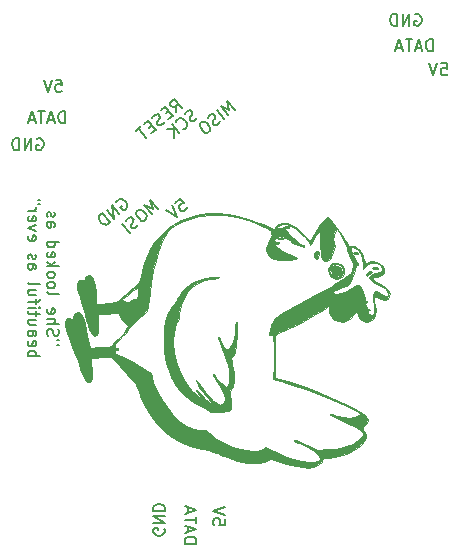
<source format=gbr>
%FSLAX46Y46*%
G04 Gerber Fmt 4.6, Leading zero omitted, Abs format (unit mm)*
G04 Created by KiCad (PCBNEW (2014-jul-16 BZR unknown)-product) date Sun 27 Jul 2014 23:01:09 BST*
%MOMM*%
G01*
G04 APERTURE LIST*
%ADD10C,0.100000*%
%ADD11C,0.200000*%
%ADD12R,2.032000X2.032000*%
%ADD13C,2.032000*%
%ADD14C,2.000000*%
%ADD15C,5.500000*%
%ADD16C,5.000000*%
%ADD17R,3.000000X5.000000*%
%ADD18O,3.000000X5.000000*%
%ADD19O,2.032000X2.032000*%
%ADD20R,1.727200X1.727200*%
%ADD21O,1.727200X1.727200*%
G04 APERTURE END LIST*
D10*
D11*
X110694619Y-130841049D02*
X110504143Y-130841049D01*
X110694619Y-130460096D02*
X110504143Y-130460096D01*
X109742238Y-130079144D02*
X109694619Y-129936287D01*
X109694619Y-129698191D01*
X109742238Y-129602953D01*
X109789857Y-129555334D01*
X109885095Y-129507715D01*
X109980333Y-129507715D01*
X110075571Y-129555334D01*
X110123190Y-129602953D01*
X110170810Y-129698191D01*
X110218429Y-129888668D01*
X110266048Y-129983906D01*
X110313667Y-130031525D01*
X110408905Y-130079144D01*
X110504143Y-130079144D01*
X110599381Y-130031525D01*
X110647000Y-129983906D01*
X110694619Y-129888668D01*
X110694619Y-129650572D01*
X110647000Y-129507715D01*
X109694619Y-129079144D02*
X110694619Y-129079144D01*
X109694619Y-128650572D02*
X110218429Y-128650572D01*
X110313667Y-128698191D01*
X110361286Y-128793429D01*
X110361286Y-128936287D01*
X110313667Y-129031525D01*
X110266048Y-129079144D01*
X109742238Y-127793429D02*
X109694619Y-127888667D01*
X109694619Y-128079144D01*
X109742238Y-128174382D01*
X109837476Y-128222001D01*
X110218429Y-128222001D01*
X110313667Y-128174382D01*
X110361286Y-128079144D01*
X110361286Y-127888667D01*
X110313667Y-127793429D01*
X110218429Y-127745810D01*
X110123190Y-127745810D01*
X110027952Y-128222001D01*
X109694619Y-126412477D02*
X109742238Y-126507715D01*
X109837476Y-126555334D01*
X110694619Y-126555334D01*
X109694619Y-125888667D02*
X109742238Y-125983905D01*
X109789857Y-126031524D01*
X109885095Y-126079143D01*
X110170810Y-126079143D01*
X110266048Y-126031524D01*
X110313667Y-125983905D01*
X110361286Y-125888667D01*
X110361286Y-125745809D01*
X110313667Y-125650571D01*
X110266048Y-125602952D01*
X110170810Y-125555333D01*
X109885095Y-125555333D01*
X109789857Y-125602952D01*
X109742238Y-125650571D01*
X109694619Y-125745809D01*
X109694619Y-125888667D01*
X109694619Y-124983905D02*
X109742238Y-125079143D01*
X109789857Y-125126762D01*
X109885095Y-125174381D01*
X110170810Y-125174381D01*
X110266048Y-125126762D01*
X110313667Y-125079143D01*
X110361286Y-124983905D01*
X110361286Y-124841047D01*
X110313667Y-124745809D01*
X110266048Y-124698190D01*
X110170810Y-124650571D01*
X109885095Y-124650571D01*
X109789857Y-124698190D01*
X109742238Y-124745809D01*
X109694619Y-124841047D01*
X109694619Y-124983905D01*
X109694619Y-124222000D02*
X110694619Y-124222000D01*
X110075571Y-124126762D02*
X109694619Y-123841047D01*
X110361286Y-123841047D02*
X109980333Y-124222000D01*
X109742238Y-123031523D02*
X109694619Y-123126761D01*
X109694619Y-123317238D01*
X109742238Y-123412476D01*
X109837476Y-123460095D01*
X110218429Y-123460095D01*
X110313667Y-123412476D01*
X110361286Y-123317238D01*
X110361286Y-123126761D01*
X110313667Y-123031523D01*
X110218429Y-122983904D01*
X110123190Y-122983904D01*
X110027952Y-123460095D01*
X109694619Y-122126761D02*
X110694619Y-122126761D01*
X109742238Y-122126761D02*
X109694619Y-122221999D01*
X109694619Y-122412476D01*
X109742238Y-122507714D01*
X109789857Y-122555333D01*
X109885095Y-122602952D01*
X110170810Y-122602952D01*
X110266048Y-122555333D01*
X110313667Y-122507714D01*
X110361286Y-122412476D01*
X110361286Y-122221999D01*
X110313667Y-122126761D01*
X109694619Y-120460094D02*
X110218429Y-120460094D01*
X110313667Y-120507713D01*
X110361286Y-120602951D01*
X110361286Y-120793428D01*
X110313667Y-120888666D01*
X109742238Y-120460094D02*
X109694619Y-120555332D01*
X109694619Y-120793428D01*
X109742238Y-120888666D01*
X109837476Y-120936285D01*
X109932714Y-120936285D01*
X110027952Y-120888666D01*
X110075571Y-120793428D01*
X110075571Y-120555332D01*
X110123190Y-120460094D01*
X109742238Y-120031523D02*
X109694619Y-119936285D01*
X109694619Y-119745809D01*
X109742238Y-119650570D01*
X109837476Y-119602951D01*
X109885095Y-119602951D01*
X109980333Y-119650570D01*
X110027952Y-119745809D01*
X110027952Y-119888666D01*
X110075571Y-119983904D01*
X110170810Y-120031523D01*
X110218429Y-120031523D01*
X110313667Y-119983904D01*
X110361286Y-119888666D01*
X110361286Y-119745809D01*
X110313667Y-119650570D01*
X108094619Y-131841049D02*
X109094619Y-131841049D01*
X108713667Y-131841049D02*
X108761286Y-131745811D01*
X108761286Y-131555334D01*
X108713667Y-131460096D01*
X108666048Y-131412477D01*
X108570810Y-131364858D01*
X108285095Y-131364858D01*
X108189857Y-131412477D01*
X108142238Y-131460096D01*
X108094619Y-131555334D01*
X108094619Y-131745811D01*
X108142238Y-131841049D01*
X108142238Y-130555334D02*
X108094619Y-130650572D01*
X108094619Y-130841049D01*
X108142238Y-130936287D01*
X108237476Y-130983906D01*
X108618429Y-130983906D01*
X108713667Y-130936287D01*
X108761286Y-130841049D01*
X108761286Y-130650572D01*
X108713667Y-130555334D01*
X108618429Y-130507715D01*
X108523190Y-130507715D01*
X108427952Y-130983906D01*
X108094619Y-129650572D02*
X108618429Y-129650572D01*
X108713667Y-129698191D01*
X108761286Y-129793429D01*
X108761286Y-129983906D01*
X108713667Y-130079144D01*
X108142238Y-129650572D02*
X108094619Y-129745810D01*
X108094619Y-129983906D01*
X108142238Y-130079144D01*
X108237476Y-130126763D01*
X108332714Y-130126763D01*
X108427952Y-130079144D01*
X108475571Y-129983906D01*
X108475571Y-129745810D01*
X108523190Y-129650572D01*
X108761286Y-128745810D02*
X108094619Y-128745810D01*
X108761286Y-129174382D02*
X108237476Y-129174382D01*
X108142238Y-129126763D01*
X108094619Y-129031525D01*
X108094619Y-128888667D01*
X108142238Y-128793429D01*
X108189857Y-128745810D01*
X108761286Y-128412477D02*
X108761286Y-128031525D01*
X109094619Y-128269620D02*
X108237476Y-128269620D01*
X108142238Y-128222001D01*
X108094619Y-128126763D01*
X108094619Y-128031525D01*
X108094619Y-127698191D02*
X108761286Y-127698191D01*
X109094619Y-127698191D02*
X109047000Y-127745810D01*
X108999381Y-127698191D01*
X109047000Y-127650572D01*
X109094619Y-127698191D01*
X108999381Y-127698191D01*
X108761286Y-127364858D02*
X108761286Y-126983906D01*
X108094619Y-127222001D02*
X108951762Y-127222001D01*
X109047000Y-127174382D01*
X109094619Y-127079144D01*
X109094619Y-126983906D01*
X108761286Y-126222000D02*
X108094619Y-126222000D01*
X108761286Y-126650572D02*
X108237476Y-126650572D01*
X108142238Y-126602953D01*
X108094619Y-126507715D01*
X108094619Y-126364857D01*
X108142238Y-126269619D01*
X108189857Y-126222000D01*
X108094619Y-125602953D02*
X108142238Y-125698191D01*
X108237476Y-125745810D01*
X109094619Y-125745810D01*
X108094619Y-124031523D02*
X108618429Y-124031523D01*
X108713667Y-124079142D01*
X108761286Y-124174380D01*
X108761286Y-124364857D01*
X108713667Y-124460095D01*
X108142238Y-124031523D02*
X108094619Y-124126761D01*
X108094619Y-124364857D01*
X108142238Y-124460095D01*
X108237476Y-124507714D01*
X108332714Y-124507714D01*
X108427952Y-124460095D01*
X108475571Y-124364857D01*
X108475571Y-124126761D01*
X108523190Y-124031523D01*
X108142238Y-123602952D02*
X108094619Y-123507714D01*
X108094619Y-123317238D01*
X108142238Y-123221999D01*
X108237476Y-123174380D01*
X108285095Y-123174380D01*
X108380333Y-123221999D01*
X108427952Y-123317238D01*
X108427952Y-123460095D01*
X108475571Y-123555333D01*
X108570810Y-123602952D01*
X108618429Y-123602952D01*
X108713667Y-123555333D01*
X108761286Y-123460095D01*
X108761286Y-123317238D01*
X108713667Y-123221999D01*
X108142238Y-121602951D02*
X108094619Y-121698189D01*
X108094619Y-121888666D01*
X108142238Y-121983904D01*
X108237476Y-122031523D01*
X108618429Y-122031523D01*
X108713667Y-121983904D01*
X108761286Y-121888666D01*
X108761286Y-121698189D01*
X108713667Y-121602951D01*
X108618429Y-121555332D01*
X108523190Y-121555332D01*
X108427952Y-122031523D01*
X108761286Y-121221999D02*
X108094619Y-120983904D01*
X108761286Y-120745808D01*
X108142238Y-119983903D02*
X108094619Y-120079141D01*
X108094619Y-120269618D01*
X108142238Y-120364856D01*
X108237476Y-120412475D01*
X108618429Y-120412475D01*
X108713667Y-120364856D01*
X108761286Y-120269618D01*
X108761286Y-120079141D01*
X108713667Y-119983903D01*
X108618429Y-119936284D01*
X108523190Y-119936284D01*
X108427952Y-120412475D01*
X108094619Y-119507713D02*
X108761286Y-119507713D01*
X108570810Y-119507713D02*
X108666048Y-119460094D01*
X108713667Y-119412475D01*
X108761286Y-119317237D01*
X108761286Y-119221998D01*
X109094619Y-118936284D02*
X108904143Y-118936284D01*
X109094619Y-118555331D02*
X108904143Y-118555331D01*
X125573569Y-110969450D02*
X124930781Y-110203405D01*
X125134567Y-110964843D01*
X124420084Y-110631930D01*
X125062872Y-111397975D01*
X124698089Y-111704064D02*
X124055302Y-110938019D01*
X124339176Y-111943066D02*
X124260350Y-112071371D01*
X124077958Y-112224416D01*
X123974393Y-112249155D01*
X123907305Y-112243286D01*
X123809609Y-112200938D01*
X123748391Y-112127982D01*
X123723652Y-112024416D01*
X123729521Y-111957329D01*
X123771868Y-111859632D01*
X123887173Y-111700718D01*
X123929521Y-111603022D01*
X123935390Y-111535935D01*
X123910651Y-111432369D01*
X123849433Y-111359413D01*
X123751737Y-111317065D01*
X123684650Y-111311196D01*
X123581084Y-111335935D01*
X123398692Y-111488980D01*
X123319866Y-111617285D01*
X122815040Y-111978723D02*
X122669126Y-112101159D01*
X122626778Y-112198855D01*
X122615040Y-112333029D01*
X122700997Y-112509551D01*
X122915260Y-112764900D01*
X123074174Y-112880204D01*
X123208348Y-112891943D01*
X123311914Y-112867203D01*
X123457827Y-112744767D01*
X123500175Y-112647071D01*
X123511914Y-112512897D01*
X123425956Y-112336375D01*
X123211693Y-112081026D01*
X123052780Y-111965722D01*
X122918605Y-111953983D01*
X122815040Y-111978723D01*
X122403090Y-111624625D02*
X122324264Y-111752930D01*
X122141872Y-111905975D01*
X122038307Y-111930714D01*
X121971219Y-111924845D01*
X121873523Y-111882497D01*
X121812306Y-111809541D01*
X121787566Y-111705975D01*
X121793435Y-111638888D01*
X121835782Y-111541191D01*
X121951087Y-111382277D01*
X121993435Y-111284581D01*
X121999304Y-111217494D01*
X121974565Y-111113928D01*
X121913347Y-111040972D01*
X121815651Y-110998624D01*
X121748564Y-110992755D01*
X121644998Y-111017494D01*
X121462606Y-111170539D01*
X121383780Y-111298844D01*
X121168697Y-112598241D02*
X121235784Y-112604111D01*
X121375828Y-112548762D01*
X121448784Y-112487545D01*
X121527611Y-112359239D01*
X121539350Y-112225065D01*
X121514610Y-112121499D01*
X121428653Y-111944977D01*
X121336825Y-111835542D01*
X121177911Y-111720237D01*
X121080215Y-111677890D01*
X120946041Y-111666151D01*
X120805997Y-111721500D01*
X120733040Y-111782718D01*
X120654214Y-111911023D01*
X120648345Y-111978110D01*
X120901610Y-112946678D02*
X120258822Y-112180634D01*
X120463870Y-113313986D02*
X120424868Y-112600765D01*
X119821082Y-112547941D02*
X120626130Y-112618374D01*
X120656373Y-111172971D02*
X120605632Y-110593925D01*
X121094113Y-110805664D02*
X120451326Y-110039620D01*
X120159499Y-110284491D01*
X120117151Y-110382187D01*
X120111282Y-110449275D01*
X120136021Y-110552840D01*
X120227848Y-110662275D01*
X120325544Y-110704623D01*
X120392631Y-110710492D01*
X120496197Y-110685752D01*
X120788024Y-110440880D01*
X119991370Y-111047190D02*
X119736022Y-111261453D01*
X119963285Y-111754541D02*
X120328069Y-111448452D01*
X119685281Y-110682407D01*
X119320498Y-110988497D01*
X119640850Y-111962934D02*
X119562024Y-112091239D01*
X119379632Y-112244284D01*
X119276067Y-112269024D01*
X119208980Y-112263155D01*
X119111284Y-112220807D01*
X119050066Y-112147850D01*
X119025326Y-112044285D01*
X119031196Y-111977198D01*
X119073543Y-111879501D01*
X119188848Y-111720586D01*
X119231195Y-111622890D01*
X119237065Y-111555803D01*
X119212325Y-111452238D01*
X119151107Y-111379281D01*
X119053411Y-111336933D01*
X118986324Y-111331064D01*
X118882759Y-111355804D01*
X118700366Y-111508849D01*
X118621541Y-111637154D01*
X118568716Y-112240938D02*
X118313368Y-112455201D01*
X118540631Y-112948290D02*
X118905415Y-112642200D01*
X118262627Y-111876156D01*
X117897844Y-112182245D01*
X117678974Y-112365899D02*
X117241234Y-112733206D01*
X118102892Y-113315597D02*
X117460104Y-112549552D01*
X115578259Y-118761235D02*
X115620606Y-118663539D01*
X115730041Y-118571713D01*
X115870085Y-118516363D01*
X116004260Y-118528102D01*
X116101956Y-118570450D01*
X116260870Y-118685754D01*
X116352697Y-118795190D01*
X116438654Y-118971712D01*
X116463394Y-119075277D01*
X116451655Y-119209451D01*
X116372829Y-119337757D01*
X116299872Y-119398975D01*
X116159828Y-119454323D01*
X116092741Y-119448454D01*
X115878479Y-119193106D01*
X116024392Y-119070670D01*
X115825655Y-119796891D02*
X115182867Y-119030846D01*
X115387915Y-120164198D01*
X114745127Y-119398154D01*
X115023132Y-120470287D02*
X114380344Y-119704243D01*
X114197953Y-119857287D01*
X114119126Y-119985593D01*
X114107387Y-120119767D01*
X114132127Y-120223333D01*
X114218084Y-120399855D01*
X114309912Y-120509290D01*
X114468826Y-120624594D01*
X114566522Y-120666942D01*
X114700696Y-120678681D01*
X114840740Y-120623332D01*
X115023132Y-120470287D01*
X119096569Y-119351450D02*
X118453781Y-118585405D01*
X118657567Y-119346843D01*
X117943084Y-119013930D01*
X118585872Y-119779975D01*
X117432389Y-119442455D02*
X117286475Y-119564891D01*
X117244127Y-119662587D01*
X117232388Y-119796762D01*
X117318346Y-119973284D01*
X117532609Y-120228632D01*
X117691523Y-120343936D01*
X117825697Y-120355675D01*
X117929262Y-120330936D01*
X118075176Y-120208499D01*
X118117524Y-120110803D01*
X118129263Y-119976629D01*
X118043305Y-119800107D01*
X117829042Y-119544758D01*
X117670128Y-119429454D01*
X117535954Y-119417715D01*
X117432389Y-119442455D01*
X117424436Y-120692373D02*
X117345610Y-120820678D01*
X117163218Y-120973723D01*
X117059653Y-120998463D01*
X116992565Y-120992593D01*
X116894869Y-120950246D01*
X116833651Y-120877289D01*
X116808912Y-120773724D01*
X116814781Y-120706637D01*
X116857128Y-120608940D01*
X116972433Y-120450025D01*
X117014781Y-120352329D01*
X117020650Y-120285242D01*
X116995911Y-120181677D01*
X116934693Y-120108720D01*
X116836997Y-120066372D01*
X116769910Y-120060503D01*
X116666344Y-120085243D01*
X116483952Y-120238288D01*
X116405126Y-120366593D01*
X116689000Y-121371639D02*
X116046213Y-120605595D01*
X120570910Y-118838064D02*
X120935694Y-118531974D01*
X121278261Y-118866148D01*
X121211174Y-118860279D01*
X121107609Y-118885018D01*
X120925216Y-119038063D01*
X120882869Y-119135759D01*
X120876999Y-119202847D01*
X120901740Y-119306413D01*
X121054784Y-119488804D01*
X121152480Y-119531152D01*
X121219567Y-119537021D01*
X121323133Y-119512282D01*
X121505525Y-119359236D01*
X121547873Y-119261540D01*
X121553742Y-119194453D01*
X120315562Y-119052326D02*
X120703002Y-120032633D01*
X119804866Y-119480852D01*
X119626000Y-146430904D02*
X119673619Y-146526142D01*
X119673619Y-146668999D01*
X119626000Y-146811857D01*
X119530762Y-146907095D01*
X119435524Y-146954714D01*
X119245048Y-147002333D01*
X119102190Y-147002333D01*
X118911714Y-146954714D01*
X118816476Y-146907095D01*
X118721238Y-146811857D01*
X118673619Y-146668999D01*
X118673619Y-146573761D01*
X118721238Y-146430904D01*
X118768857Y-146383285D01*
X119102190Y-146383285D01*
X119102190Y-146573761D01*
X118673619Y-145954714D02*
X119673619Y-145954714D01*
X118673619Y-145383285D01*
X119673619Y-145383285D01*
X118673619Y-144907095D02*
X119673619Y-144907095D01*
X119673619Y-144669000D01*
X119626000Y-144526142D01*
X119530762Y-144430904D01*
X119435524Y-144383285D01*
X119245048Y-144335666D01*
X119102190Y-144335666D01*
X118911714Y-144383285D01*
X118816476Y-144430904D01*
X118721238Y-144526142D01*
X118673619Y-144669000D01*
X118673619Y-144907095D01*
X121340619Y-147677000D02*
X122340619Y-147677000D01*
X122340619Y-147438905D01*
X122293000Y-147296047D01*
X122197762Y-147200809D01*
X122102524Y-147153190D01*
X121912048Y-147105571D01*
X121769190Y-147105571D01*
X121578714Y-147153190D01*
X121483476Y-147200809D01*
X121388238Y-147296047D01*
X121340619Y-147438905D01*
X121340619Y-147677000D01*
X121626333Y-146724619D02*
X121626333Y-146248428D01*
X121340619Y-146819857D02*
X122340619Y-146486524D01*
X121340619Y-146153190D01*
X122340619Y-145962714D02*
X122340619Y-145391285D01*
X121340619Y-145677000D02*
X122340619Y-145677000D01*
X121626333Y-145105571D02*
X121626333Y-144629380D01*
X121340619Y-145200809D02*
X122340619Y-144867476D01*
X121340619Y-144534142D01*
X124753619Y-145605476D02*
X124753619Y-146081667D01*
X124277429Y-146129286D01*
X124325048Y-146081667D01*
X124372667Y-145986429D01*
X124372667Y-145748333D01*
X124325048Y-145653095D01*
X124277429Y-145605476D01*
X124182190Y-145557857D01*
X123944095Y-145557857D01*
X123848857Y-145605476D01*
X123801238Y-145653095D01*
X123753619Y-145748333D01*
X123753619Y-145986429D01*
X123801238Y-146081667D01*
X123848857Y-146129286D01*
X124753619Y-145272143D02*
X123753619Y-144938810D01*
X124753619Y-144605476D01*
X140842904Y-102878000D02*
X140938142Y-102830381D01*
X141080999Y-102830381D01*
X141223857Y-102878000D01*
X141319095Y-102973238D01*
X141366714Y-103068476D01*
X141414333Y-103258952D01*
X141414333Y-103401810D01*
X141366714Y-103592286D01*
X141319095Y-103687524D01*
X141223857Y-103782762D01*
X141080999Y-103830381D01*
X140985761Y-103830381D01*
X140842904Y-103782762D01*
X140795285Y-103735143D01*
X140795285Y-103401810D01*
X140985761Y-103401810D01*
X140366714Y-103830381D02*
X140366714Y-102830381D01*
X139795285Y-103830381D01*
X139795285Y-102830381D01*
X139319095Y-103830381D02*
X139319095Y-102830381D01*
X139081000Y-102830381D01*
X138938142Y-102878000D01*
X138842904Y-102973238D01*
X138795285Y-103068476D01*
X138747666Y-103258952D01*
X138747666Y-103401810D01*
X138795285Y-103592286D01*
X138842904Y-103687524D01*
X138938142Y-103782762D01*
X139081000Y-103830381D01*
X139319095Y-103830381D01*
X142343000Y-105989381D02*
X142343000Y-104989381D01*
X142104905Y-104989381D01*
X141962047Y-105037000D01*
X141866809Y-105132238D01*
X141819190Y-105227476D01*
X141771571Y-105417952D01*
X141771571Y-105560810D01*
X141819190Y-105751286D01*
X141866809Y-105846524D01*
X141962047Y-105941762D01*
X142104905Y-105989381D01*
X142343000Y-105989381D01*
X141390619Y-105703667D02*
X140914428Y-105703667D01*
X141485857Y-105989381D02*
X141152524Y-104989381D01*
X140819190Y-105989381D01*
X140628714Y-104989381D02*
X140057285Y-104989381D01*
X140343000Y-105989381D02*
X140343000Y-104989381D01*
X139771571Y-105703667D02*
X139295380Y-105703667D01*
X139866809Y-105989381D02*
X139533476Y-104989381D01*
X139200142Y-105989381D01*
X143065476Y-107021381D02*
X143541667Y-107021381D01*
X143589286Y-107497571D01*
X143541667Y-107449952D01*
X143446429Y-107402333D01*
X143208333Y-107402333D01*
X143113095Y-107449952D01*
X143065476Y-107497571D01*
X143017857Y-107592810D01*
X143017857Y-107830905D01*
X143065476Y-107926143D01*
X143113095Y-107973762D01*
X143208333Y-108021381D01*
X143446429Y-108021381D01*
X143541667Y-107973762D01*
X143589286Y-107926143D01*
X142732143Y-107021381D02*
X142398810Y-108021381D01*
X142065476Y-107021381D01*
X108838904Y-113419000D02*
X108934142Y-113371381D01*
X109076999Y-113371381D01*
X109219857Y-113419000D01*
X109315095Y-113514238D01*
X109362714Y-113609476D01*
X109410333Y-113799952D01*
X109410333Y-113942810D01*
X109362714Y-114133286D01*
X109315095Y-114228524D01*
X109219857Y-114323762D01*
X109076999Y-114371381D01*
X108981761Y-114371381D01*
X108838904Y-114323762D01*
X108791285Y-114276143D01*
X108791285Y-113942810D01*
X108981761Y-113942810D01*
X108362714Y-114371381D02*
X108362714Y-113371381D01*
X107791285Y-114371381D01*
X107791285Y-113371381D01*
X107315095Y-114371381D02*
X107315095Y-113371381D01*
X107077000Y-113371381D01*
X106934142Y-113419000D01*
X106838904Y-113514238D01*
X106791285Y-113609476D01*
X106743666Y-113799952D01*
X106743666Y-113942810D01*
X106791285Y-114133286D01*
X106838904Y-114228524D01*
X106934142Y-114323762D01*
X107077000Y-114371381D01*
X107315095Y-114371381D01*
X111228000Y-112085381D02*
X111228000Y-111085381D01*
X110989905Y-111085381D01*
X110847047Y-111133000D01*
X110751809Y-111228238D01*
X110704190Y-111323476D01*
X110656571Y-111513952D01*
X110656571Y-111656810D01*
X110704190Y-111847286D01*
X110751809Y-111942524D01*
X110847047Y-112037762D01*
X110989905Y-112085381D01*
X111228000Y-112085381D01*
X110275619Y-111799667D02*
X109799428Y-111799667D01*
X110370857Y-112085381D02*
X110037524Y-111085381D01*
X109704190Y-112085381D01*
X109513714Y-111085381D02*
X108942285Y-111085381D01*
X109228000Y-112085381D02*
X109228000Y-111085381D01*
X108656571Y-111799667D02*
X108180380Y-111799667D01*
X108751809Y-112085381D02*
X108418476Y-111085381D01*
X108085142Y-112085381D01*
X110426476Y-108418381D02*
X110902667Y-108418381D01*
X110950286Y-108894571D01*
X110902667Y-108846952D01*
X110807429Y-108799333D01*
X110569333Y-108799333D01*
X110474095Y-108846952D01*
X110426476Y-108894571D01*
X110378857Y-108989810D01*
X110378857Y-109227905D01*
X110426476Y-109323143D01*
X110474095Y-109370762D01*
X110569333Y-109418381D01*
X110807429Y-109418381D01*
X110902667Y-109370762D01*
X110950286Y-109323143D01*
X110093143Y-108418381D02*
X109759810Y-109418381D01*
X109426476Y-108418381D01*
D10*
G36*
X131836295Y-141254939D02*
X131370766Y-141217538D01*
X130824842Y-141128519D01*
X130236608Y-140994318D01*
X129644152Y-140821375D01*
X129544521Y-140788166D01*
X129539253Y-140786410D01*
X131826000Y-140786410D01*
X132296715Y-140765239D01*
X132626955Y-140691350D01*
X132808172Y-140567471D01*
X132842000Y-140461843D01*
X132767689Y-140280126D01*
X132564272Y-140058818D01*
X132261027Y-139818242D01*
X131887228Y-139578716D01*
X131472153Y-139360562D01*
X131045078Y-139184098D01*
X130959346Y-139155125D01*
X130742454Y-139068237D01*
X130603222Y-138981958D01*
X130588920Y-138965103D01*
X130601465Y-138907506D01*
X130741537Y-138920130D01*
X130986242Y-138995433D01*
X131312686Y-139125873D01*
X131697974Y-139303909D01*
X131853609Y-139381736D01*
X132600885Y-139763167D01*
X133377609Y-139707128D01*
X134033601Y-139646934D01*
X134559849Y-139566365D01*
X134995549Y-139456592D01*
X135379896Y-139308783D01*
X135576851Y-139211650D01*
X135932138Y-138992352D01*
X136221758Y-138753418D01*
X136415349Y-138524068D01*
X136482667Y-138339900D01*
X136407132Y-138216534D01*
X136194267Y-138044225D01*
X135864678Y-137835097D01*
X135438972Y-137601276D01*
X134937755Y-137354887D01*
X134408333Y-137119333D01*
X134059092Y-136970851D01*
X133839271Y-136873940D01*
X133722310Y-136814259D01*
X133681651Y-136777465D01*
X133690735Y-136749217D01*
X133701706Y-136737739D01*
X133796934Y-136741638D01*
X134002340Y-136793613D01*
X134221702Y-136864739D01*
X134722674Y-136988726D01*
X135238657Y-137027116D01*
X135708705Y-136978451D01*
X135945413Y-136905992D01*
X136098191Y-136830243D01*
X136166904Y-136753916D01*
X136138792Y-136664531D01*
X136001094Y-136549607D01*
X135741052Y-136396665D01*
X135345904Y-136193224D01*
X135084959Y-136064393D01*
X133480342Y-135333112D01*
X131783163Y-134668660D01*
X129959408Y-134057850D01*
X129721620Y-133984849D01*
X128844907Y-133718248D01*
X128905182Y-132542113D01*
X128923646Y-132037005D01*
X128929873Y-131520706D01*
X128923883Y-131052364D01*
X128905692Y-130691125D01*
X128904595Y-130678423D01*
X128871230Y-130339960D01*
X128837596Y-130139171D01*
X128792448Y-130044752D01*
X128724541Y-130025397D01*
X128673598Y-130035360D01*
X128573968Y-130047160D01*
X128530461Y-129988232D01*
X128529839Y-129820722D01*
X128543489Y-129663290D01*
X128674591Y-129166779D01*
X128828924Y-128892195D01*
X128929509Y-128752359D01*
X129034981Y-128623751D01*
X129158566Y-128498266D01*
X129313492Y-128367798D01*
X129512988Y-128224240D01*
X129770281Y-128059488D01*
X130098599Y-127865436D01*
X130511169Y-127633977D01*
X131021219Y-127357007D01*
X131641977Y-127026419D01*
X132386672Y-126634108D01*
X133265333Y-126173640D01*
X133703032Y-125934269D01*
X134181282Y-125656504D01*
X134619760Y-125387485D01*
X134765110Y-125293488D01*
X135101377Y-125063309D01*
X135320791Y-124887385D01*
X135453504Y-124735923D01*
X135529666Y-124579134D01*
X135547804Y-124520158D01*
X135607682Y-124285888D01*
X135622857Y-124112866D01*
X135583563Y-123942697D01*
X135480035Y-123716989D01*
X135382000Y-123528667D01*
X135247299Y-123238134D01*
X135155204Y-122973575D01*
X135128000Y-122820896D01*
X135076606Y-122581366D01*
X134929253Y-122231774D01*
X134696182Y-121793946D01*
X134470106Y-121418920D01*
X134261221Y-121087173D01*
X134103827Y-121291920D01*
X133983960Y-121562582D01*
X133947318Y-121910583D01*
X133999590Y-122262721D01*
X134022997Y-122331928D01*
X134054002Y-122522759D01*
X134011947Y-122781274D01*
X133932886Y-123035939D01*
X133781152Y-123402655D01*
X133620750Y-123624828D01*
X133429926Y-123726740D01*
X133301851Y-123740334D01*
X133164478Y-123724761D01*
X133059058Y-123664440D01*
X132980250Y-123538964D01*
X132922713Y-123327927D01*
X132881105Y-123010923D01*
X132850085Y-122567546D01*
X132824311Y-121977390D01*
X132821686Y-121905933D01*
X132803535Y-121599903D01*
X132776432Y-121364020D01*
X132745995Y-121245994D01*
X132743631Y-121243119D01*
X132675443Y-121278366D01*
X132556192Y-121431081D01*
X132408448Y-121666249D01*
X132254782Y-121948852D01*
X132157263Y-122152834D01*
X132057929Y-122323110D01*
X131975440Y-122385547D01*
X131939078Y-122322928D01*
X131941241Y-122279834D01*
X131887747Y-122182201D01*
X131733706Y-121998403D01*
X131503875Y-121756167D01*
X131266175Y-121523848D01*
X130758219Y-121080238D01*
X130325799Y-120783478D01*
X129964772Y-120631003D01*
X129787644Y-120607667D01*
X129605038Y-120639142D01*
X129402999Y-120714179D01*
X129247624Y-120803694D01*
X129201333Y-120865647D01*
X129272000Y-120932237D01*
X129434128Y-120963573D01*
X129612909Y-120956466D01*
X129733533Y-120907727D01*
X129745761Y-120888860D01*
X129840937Y-120812000D01*
X130001468Y-120779198D01*
X130152034Y-120794798D01*
X130217333Y-120861667D01*
X130144877Y-120925313D01*
X130005666Y-120946334D01*
X129846370Y-120959609D01*
X129794000Y-120985006D01*
X129849938Y-121056935D01*
X130001802Y-121222923D01*
X130225662Y-121457411D01*
X130467711Y-121704672D01*
X130789174Y-122013893D01*
X131056711Y-122240203D01*
X131248269Y-122365868D01*
X131314378Y-122385667D01*
X131453913Y-122420457D01*
X131487333Y-122470334D01*
X131421359Y-122538783D01*
X131244598Y-122526316D01*
X130988791Y-122443443D01*
X130685680Y-122300679D01*
X130367006Y-122108534D01*
X130340652Y-122090561D01*
X130088978Y-121927253D01*
X129913917Y-121851483D01*
X129758822Y-121846312D01*
X129626718Y-121877078D01*
X129364933Y-121915564D01*
X129229091Y-121865570D01*
X129154539Y-121840800D01*
X129339879Y-121840800D01*
X129434166Y-121807420D01*
X129615494Y-121762543D01*
X129699952Y-121773092D01*
X129774967Y-121767816D01*
X129758455Y-121719317D01*
X129642833Y-121654610D01*
X129437704Y-121624893D01*
X129201891Y-121627952D01*
X128994219Y-121661574D01*
X128873510Y-121723544D01*
X128862666Y-121753037D01*
X128933978Y-121751716D01*
X129074333Y-121729056D01*
X129239046Y-121730184D01*
X129286000Y-121786109D01*
X129339879Y-121840800D01*
X129154539Y-121840800D01*
X129091754Y-121819940D01*
X128989666Y-121877667D01*
X128873246Y-122016359D01*
X128916997Y-122102394D01*
X129116666Y-122131667D01*
X129312503Y-122161552D01*
X129363165Y-122227453D01*
X129262543Y-122293742D01*
X129148358Y-122316543D01*
X128926049Y-122343334D01*
X129168873Y-122585136D01*
X129503628Y-122847111D01*
X129947725Y-123093272D01*
X130441938Y-123291720D01*
X130534833Y-123320866D01*
X130751775Y-123399005D01*
X130879912Y-123470793D01*
X130894667Y-123493643D01*
X130816726Y-123557475D01*
X130608964Y-123607972D01*
X130310470Y-123643751D01*
X129960335Y-123663425D01*
X129597648Y-123665609D01*
X129261499Y-123648919D01*
X128990978Y-123611969D01*
X128846752Y-123566210D01*
X128533673Y-123351272D01*
X128315678Y-123094709D01*
X128209395Y-122829074D01*
X128231452Y-122586924D01*
X128294934Y-122485814D01*
X128402740Y-122300788D01*
X128477686Y-122074017D01*
X128551435Y-121856039D01*
X128648181Y-121710673D01*
X128721528Y-121542874D01*
X128700835Y-121389896D01*
X128619887Y-121236401D01*
X128444001Y-121087763D01*
X128141620Y-120918201D01*
X128095263Y-120895188D01*
X126941217Y-120402455D01*
X125800225Y-120062939D01*
X124681649Y-119877206D01*
X123594850Y-119845821D01*
X122549188Y-119969350D01*
X121554024Y-120248357D01*
X121031000Y-120468573D01*
X120532827Y-120731516D01*
X120162990Y-120996432D01*
X119883477Y-121296933D01*
X119656272Y-121666633D01*
X119640090Y-121698468D01*
X119356931Y-122317838D01*
X119110069Y-122984525D01*
X118892824Y-123723669D01*
X118698513Y-124560411D01*
X118520455Y-125519893D01*
X118376643Y-126452492D01*
X118152333Y-128021651D01*
X117517333Y-128573795D01*
X117200720Y-128866266D01*
X116897283Y-129175976D01*
X116656141Y-129451752D01*
X116586000Y-129544094D01*
X116359896Y-129830823D01*
X116074607Y-130149506D01*
X115845166Y-130379780D01*
X115584063Y-130639006D01*
X115444756Y-130821889D01*
X115414812Y-130955318D01*
X115481796Y-131066176D01*
X115514290Y-131095232D01*
X115637748Y-131148941D01*
X115683623Y-131133821D01*
X115736367Y-131139342D01*
X115739333Y-131163951D01*
X115671015Y-131260981D01*
X115554756Y-131332151D01*
X115370178Y-131414512D01*
X115546286Y-131590619D01*
X115728122Y-131714750D01*
X116000068Y-131839138D01*
X116175363Y-131898630D01*
X116475126Y-132016891D01*
X116831349Y-132201959D01*
X117168560Y-132414492D01*
X117178666Y-132421643D01*
X117503130Y-132642280D01*
X117833633Y-132851011D01*
X118100821Y-133004108D01*
X118110000Y-133008863D01*
X118339345Y-133142068D01*
X118471826Y-133281655D01*
X118555401Y-133491197D01*
X118596646Y-133653973D01*
X118794830Y-134272500D01*
X119097646Y-134932226D01*
X119481585Y-135599309D01*
X119923141Y-136239906D01*
X120398807Y-136820176D01*
X120885075Y-137306277D01*
X121358437Y-137664366D01*
X121399516Y-137689107D01*
X121742667Y-137853646D01*
X122137054Y-137986487D01*
X122524541Y-138072750D01*
X122846994Y-138097556D01*
X122949824Y-138085906D01*
X123097738Y-138080882D01*
X123248978Y-138148426D01*
X123445415Y-138311998D01*
X123569800Y-138433256D01*
X123927157Y-138728095D01*
X124377177Y-139003706D01*
X124892665Y-139252608D01*
X125446424Y-139467325D01*
X126011260Y-139640377D01*
X126559977Y-139764285D01*
X127065379Y-139831570D01*
X127500270Y-139834755D01*
X127837456Y-139766360D01*
X128017343Y-139656324D01*
X128188019Y-139485648D01*
X128916297Y-139872939D01*
X129735040Y-140263953D01*
X130520072Y-140552164D01*
X131244559Y-140729147D01*
X131826000Y-140786410D01*
X129539253Y-140786410D01*
X129152420Y-140657476D01*
X128884590Y-140578510D01*
X128705938Y-140545743D01*
X128581374Y-140553653D01*
X128475804Y-140596717D01*
X128443854Y-140614919D01*
X128067387Y-140765828D01*
X127584722Y-140854042D01*
X127049403Y-140873049D01*
X126629454Y-140835597D01*
X126187681Y-140760618D01*
X125788226Y-140669374D01*
X125383617Y-140547405D01*
X124926381Y-140380256D01*
X124369046Y-140153468D01*
X124314938Y-140130727D01*
X123791777Y-139929136D01*
X123291596Y-139770424D01*
X122871839Y-139672447D01*
X122809000Y-139662603D01*
X121835668Y-139442457D01*
X120925169Y-139069466D01*
X120085635Y-138551041D01*
X119325197Y-137894590D01*
X118651989Y-137107524D01*
X118074141Y-136197252D01*
X117599786Y-135171185D01*
X117460825Y-134789334D01*
X117338426Y-134470399D01*
X117195900Y-134207349D01*
X116997898Y-133946564D01*
X116709070Y-133634422D01*
X116679390Y-133604000D01*
X116365599Y-133272451D01*
X116040937Y-132911911D01*
X115762567Y-132586314D01*
X115695297Y-132503334D01*
X115489063Y-132250810D01*
X115315094Y-132049637D01*
X115206589Y-131937993D01*
X115197648Y-131931076D01*
X115086593Y-131913929D01*
X114852973Y-131908593D01*
X114543006Y-131913230D01*
X114202908Y-131926000D01*
X113878898Y-131945067D01*
X113617193Y-131968591D01*
X113464010Y-131994734D01*
X113449547Y-132000608D01*
X113437165Y-132090282D01*
X113442300Y-132309504D01*
X113463472Y-132619559D01*
X113480232Y-132802860D01*
X113513456Y-133294326D01*
X113497340Y-133640176D01*
X113427351Y-133858089D01*
X113298953Y-133965747D01*
X113177070Y-133985000D01*
X112973535Y-133901429D01*
X112792615Y-133652541D01*
X112636152Y-133241073D01*
X112607645Y-133138334D01*
X112519149Y-132843321D01*
X112397510Y-132486402D01*
X112309241Y-132249334D01*
X111996009Y-131443966D01*
X111740405Y-130780922D01*
X111538225Y-130244882D01*
X111385270Y-129820526D01*
X111277338Y-129492535D01*
X111210226Y-129245590D01*
X111179734Y-129064373D01*
X111181660Y-128933563D01*
X111211802Y-128837842D01*
X111265959Y-128761890D01*
X111334497Y-128695297D01*
X111465950Y-128596906D01*
X111580566Y-128604532D01*
X111715497Y-128684126D01*
X111865250Y-128772875D01*
X111921074Y-128749653D01*
X111929333Y-128605053D01*
X111978234Y-128309781D01*
X112106009Y-128123548D01*
X112284270Y-128064219D01*
X112484628Y-128149658D01*
X112551529Y-128213519D01*
X112672299Y-128396184D01*
X112787737Y-128679502D01*
X112903262Y-129081627D01*
X113024289Y-129620712D01*
X113121505Y-130123518D01*
X113306901Y-131130369D01*
X114078617Y-131076745D01*
X114545628Y-131039426D01*
X114870688Y-130998717D01*
X115081140Y-130947440D01*
X115204323Y-130878418D01*
X115267579Y-130784473D01*
X115275273Y-130762607D01*
X115369912Y-130622922D01*
X115554513Y-130444090D01*
X115668919Y-130353443D01*
X115922356Y-130128376D01*
X116178158Y-129841942D01*
X116285274Y-129697305D01*
X116557531Y-129294220D01*
X116265986Y-129002675D01*
X116058469Y-128757861D01*
X115889174Y-128495140D01*
X115850969Y-128415622D01*
X115727498Y-128120115D01*
X115212996Y-128173891D01*
X114864119Y-128204058D01*
X114522868Y-128223565D01*
X114351080Y-128227656D01*
X114003666Y-128227645D01*
X114003666Y-129085377D01*
X113999434Y-129486938D01*
X113983314Y-129752294D01*
X113950172Y-129914435D01*
X113894874Y-130006355D01*
X113855500Y-130037455D01*
X113663326Y-130083555D01*
X113489300Y-129964120D01*
X113332038Y-129677866D01*
X113265095Y-129490291D01*
X113162745Y-129162452D01*
X113033155Y-128737980D01*
X112886926Y-128252622D01*
X112734659Y-127742124D01*
X112586955Y-127242231D01*
X112454415Y-126788689D01*
X112347639Y-126417245D01*
X112277228Y-126163645D01*
X112267143Y-126125164D01*
X112231365Y-125797167D01*
X112296429Y-125543277D01*
X112447429Y-125392513D01*
X112654616Y-125370796D01*
X112834375Y-125357356D01*
X112904413Y-125259882D01*
X113039142Y-125038638D01*
X113229046Y-124954108D01*
X113428159Y-125007195D01*
X113590516Y-125198804D01*
X113611460Y-125245982D01*
X113690767Y-125516738D01*
X113766014Y-125895750D01*
X113827889Y-126322024D01*
X113867081Y-126734562D01*
X113876027Y-126978834D01*
X113876666Y-127381000D01*
X114194166Y-127379323D01*
X114445277Y-127365968D01*
X114785324Y-127332807D01*
X115103133Y-127292173D01*
X115337171Y-127249378D01*
X116396288Y-127249378D01*
X116650508Y-127201473D01*
X116839039Y-127085537D01*
X117026222Y-126985817D01*
X117168707Y-126979594D01*
X117263004Y-126984514D01*
X117322460Y-126914797D01*
X117363900Y-126735772D01*
X117392074Y-126519336D01*
X117417470Y-126246219D01*
X117424003Y-126049006D01*
X117413802Y-125979247D01*
X117336144Y-126011798D01*
X117159503Y-126129934D01*
X116915689Y-126311690D01*
X116793294Y-126407775D01*
X116524970Y-126616020D01*
X116305376Y-126776106D01*
X116168503Y-126863690D01*
X116143741Y-126873000D01*
X116082045Y-126932935D01*
X116096862Y-127061257D01*
X116178271Y-127180742D01*
X116183833Y-127185041D01*
X116396288Y-127249378D01*
X115337171Y-127249378D01*
X115456205Y-127227612D01*
X115686038Y-127146492D01*
X115838722Y-127031213D01*
X115865133Y-127001217D01*
X116018891Y-126847895D01*
X116259860Y-126641408D01*
X116536590Y-126425786D01*
X116543666Y-126420552D01*
X117000084Y-126068786D01*
X117319932Y-125786220D01*
X117515104Y-125560620D01*
X117597496Y-125379751D01*
X117602000Y-125332011D01*
X117633868Y-125072688D01*
X117720372Y-124701772D01*
X117847863Y-124262629D01*
X118002691Y-123798620D01*
X118171209Y-123353109D01*
X118339766Y-122969458D01*
X118356180Y-122936000D01*
X118868013Y-122082785D01*
X119492787Y-121355261D01*
X120227983Y-120755251D01*
X121071081Y-120284580D01*
X122019562Y-119945072D01*
X122693140Y-119795288D01*
X123388193Y-119716858D01*
X124152671Y-119702149D01*
X124909060Y-119749674D01*
X125544441Y-119849986D01*
X126100245Y-119993615D01*
X126730364Y-120190492D01*
X127370933Y-120418223D01*
X127958087Y-120654416D01*
X128333500Y-120827905D01*
X128662579Y-120989185D01*
X128869669Y-121077728D01*
X128981916Y-121100996D01*
X129026467Y-121066450D01*
X129032000Y-121019915D01*
X129108872Y-120786011D01*
X129319066Y-120615472D01*
X129631949Y-120529328D01*
X129755871Y-120523000D01*
X130031701Y-120543601D01*
X130286630Y-120617271D01*
X130551672Y-120761809D01*
X130857842Y-120995016D01*
X131236154Y-121334692D01*
X131337934Y-121430989D01*
X132001759Y-122063336D01*
X132410587Y-121383110D01*
X132680332Y-120951697D01*
X132934991Y-120576404D01*
X133157465Y-120280006D01*
X133330657Y-120085280D01*
X133437466Y-120015001D01*
X133437679Y-120015000D01*
X133541691Y-120080979D01*
X133716197Y-120259707D01*
X133938770Y-120522373D01*
X134186985Y-120840163D01*
X134438416Y-121184267D01*
X134670636Y-121525871D01*
X134861220Y-121836164D01*
X134877104Y-121864325D01*
X135057232Y-122181595D01*
X135183492Y-122376853D01*
X135283394Y-122476584D01*
X135384446Y-122507272D01*
X135514157Y-122495404D01*
X135529930Y-122492869D01*
X135717603Y-122483947D01*
X135873572Y-122548796D01*
X136058773Y-122715870D01*
X136099958Y-122759041D01*
X136300169Y-123024923D01*
X136455072Y-123323838D01*
X136490002Y-123426387D01*
X136556236Y-123669849D01*
X136605548Y-123849976D01*
X136615016Y-123884166D01*
X136679579Y-123934424D01*
X136839135Y-123886534D01*
X136906372Y-123854457D01*
X137244127Y-123768263D01*
X137590454Y-123813803D01*
X137900617Y-123970512D01*
X138129876Y-124217824D01*
X138223681Y-124460000D01*
X138218272Y-124745194D01*
X138074233Y-124943752D01*
X137785354Y-125062104D01*
X137615025Y-125089940D01*
X137379000Y-125132725D01*
X137233381Y-125189462D01*
X137209976Y-125222000D01*
X137283115Y-125298569D01*
X137471248Y-125428703D01*
X137738775Y-125588533D01*
X137841375Y-125645334D01*
X138293257Y-125927128D01*
X138582267Y-126196008D01*
X138713710Y-126458785D01*
X138692895Y-126722274D01*
X138688798Y-126733379D01*
X138533139Y-126944871D01*
X138287581Y-127020753D01*
X137966534Y-126958811D01*
X137778313Y-126873404D01*
X137556369Y-126770523D01*
X137398919Y-126724881D01*
X137358451Y-126730994D01*
X137347339Y-126837165D01*
X137380756Y-127043361D01*
X137406550Y-127145739D01*
X137506845Y-127590299D01*
X137525574Y-127938419D01*
X137464168Y-128241257D01*
X137439117Y-128309235D01*
X137267512Y-128645558D01*
X137065624Y-128835989D01*
X136806853Y-128903928D01*
X136761835Y-128905000D01*
X136470784Y-128828139D01*
X136211260Y-128626600D01*
X136033970Y-128343947D01*
X136027218Y-128322747D01*
X137103605Y-128322747D01*
X137251918Y-128290576D01*
X137353793Y-128138379D01*
X137395152Y-127890315D01*
X137361917Y-127570543D01*
X137342569Y-127490618D01*
X137259120Y-127050173D01*
X137261044Y-126693494D01*
X137347403Y-126449251D01*
X137377714Y-126413381D01*
X137490444Y-126313000D01*
X137584707Y-126298444D01*
X137715409Y-126378798D01*
X137852774Y-126492000D01*
X138113676Y-126647556D01*
X138361008Y-126703667D01*
X138536792Y-126689028D01*
X138585239Y-126612712D01*
X138559372Y-126471307D01*
X138485667Y-126255675D01*
X138366568Y-126099424D01*
X138159765Y-125960266D01*
X137936315Y-125848567D01*
X137620334Y-125683037D01*
X137334660Y-125504219D01*
X137115745Y-125337935D01*
X137000037Y-125210008D01*
X136990666Y-125178656D01*
X137060318Y-125040362D01*
X137227407Y-124893690D01*
X137429133Y-124785019D01*
X137562531Y-124756334D01*
X137843905Y-124707926D01*
X138025645Y-124578450D01*
X138074634Y-124391522D01*
X138074583Y-124391157D01*
X137995229Y-124161021D01*
X137817770Y-124023343D01*
X137516402Y-123962559D01*
X137353638Y-123956273D01*
X137067565Y-123965599D01*
X136885642Y-124015001D01*
X136743637Y-124126644D01*
X136691212Y-124184834D01*
X136553709Y-124337342D01*
X136471467Y-124415055D01*
X136465561Y-124417584D01*
X136449781Y-124341117D01*
X136436312Y-124144809D01*
X136430568Y-123973084D01*
X136374757Y-123525547D01*
X136239668Y-123131289D01*
X136043386Y-122827703D01*
X135803991Y-122652181D01*
X135789159Y-122646715D01*
X135550417Y-122604500D01*
X135425648Y-122677296D01*
X135414763Y-122854959D01*
X135517671Y-123127347D01*
X135734283Y-123484316D01*
X135797336Y-123573397D01*
X135975753Y-123835947D01*
X136048190Y-123993129D01*
X136020964Y-124066310D01*
X135946875Y-124079000D01*
X135861211Y-124155913D01*
X135775197Y-124358427D01*
X135739387Y-124490688D01*
X135647161Y-124807686D01*
X135514178Y-125172342D01*
X135426542Y-125378569D01*
X135276653Y-125667905D01*
X135139797Y-125830826D01*
X134984515Y-125904303D01*
X134977863Y-125905819D01*
X134494383Y-126035412D01*
X134136749Y-126179732D01*
X133920077Y-126331260D01*
X133858000Y-126462789D01*
X133933552Y-126506034D01*
X134124064Y-126531480D01*
X134227068Y-126534334D01*
X134526361Y-126494949D01*
X134887973Y-126370486D01*
X135334903Y-126151476D01*
X135781701Y-125894383D01*
X135964860Y-125791770D01*
X136074504Y-125778966D01*
X136181855Y-125857897D01*
X136231042Y-125906527D01*
X136356708Y-126108332D01*
X136465682Y-126423241D01*
X136506879Y-126605027D01*
X136579865Y-126903077D01*
X136659273Y-127085037D01*
X136713705Y-127127000D01*
X136811689Y-127176685D01*
X136793253Y-127270860D01*
X136723294Y-127314902D01*
X136656936Y-127407500D01*
X136681100Y-127565768D01*
X136772833Y-127729695D01*
X136909182Y-127839264D01*
X136926240Y-127845524D01*
X137049825Y-127895834D01*
X137018888Y-127931783D01*
X136969500Y-127946516D01*
X136836042Y-128021613D01*
X136862601Y-128141604D01*
X136922933Y-128210734D01*
X137103605Y-128322747D01*
X136027218Y-128322747D01*
X136005778Y-128255432D01*
X135955011Y-128104360D01*
X135920568Y-128058334D01*
X135848812Y-128116134D01*
X135707103Y-128262895D01*
X135620845Y-128358992D01*
X135399660Y-128575889D01*
X135166752Y-128753611D01*
X135101401Y-128791755D01*
X134768878Y-128884579D01*
X134396302Y-128870366D01*
X134055350Y-128757820D01*
X133894110Y-128645154D01*
X133729017Y-128423127D01*
X133606857Y-128138745D01*
X133550803Y-127860532D01*
X133569903Y-127686400D01*
X133597863Y-127570849D01*
X133587529Y-127550334D01*
X133507621Y-127594268D01*
X133315622Y-127713891D01*
X133040315Y-127890929D01*
X132710638Y-128107009D01*
X131910871Y-128598422D01*
X131023593Y-129070112D01*
X130014060Y-129540149D01*
X129667000Y-129689984D01*
X129294808Y-129863040D01*
X129076739Y-129999936D01*
X129017281Y-130095672D01*
X129025339Y-130213290D01*
X129031739Y-130472668D01*
X129036174Y-130846239D01*
X129038340Y-131306435D01*
X129037932Y-131825688D01*
X129037548Y-131926504D01*
X129030201Y-133639322D01*
X129375641Y-133732340D01*
X130076550Y-133936176D01*
X130836449Y-134183804D01*
X131633008Y-134465767D01*
X132443900Y-134772607D01*
X133246796Y-135094869D01*
X134019370Y-135423096D01*
X134739293Y-135747832D01*
X135384237Y-136059620D01*
X135931874Y-136349005D01*
X136359878Y-136606529D01*
X136622371Y-136801513D01*
X136829227Y-137025224D01*
X136889858Y-137230218D01*
X136805109Y-137455469D01*
X136641086Y-137667495D01*
X136484983Y-137853997D01*
X136430271Y-137967905D01*
X136464311Y-138061808D01*
X136528197Y-138137200D01*
X136670049Y-138399531D01*
X136663903Y-138688619D01*
X136526368Y-138991499D01*
X136274053Y-139295205D01*
X135923570Y-139586771D01*
X135491527Y-139853233D01*
X134994535Y-140081624D01*
X134449203Y-140258980D01*
X133872141Y-140372335D01*
X133633096Y-140397084D01*
X133307035Y-140428019D01*
X133116989Y-140466557D01*
X133029664Y-140523225D01*
X133011333Y-140593694D01*
X132938217Y-140768777D01*
X132750259Y-140956964D01*
X132494545Y-141121826D01*
X132218160Y-141226937D01*
X132183341Y-141234280D01*
X131836295Y-141254939D01*
X131836295Y-141254939D01*
X131836295Y-141254939D01*
G37*
X131836295Y-141254939D02*
X131370766Y-141217538D01*
X130824842Y-141128519D01*
X130236608Y-140994318D01*
X129644152Y-140821375D01*
X129544521Y-140788166D01*
X129539253Y-140786410D01*
X131826000Y-140786410D01*
X132296715Y-140765239D01*
X132626955Y-140691350D01*
X132808172Y-140567471D01*
X132842000Y-140461843D01*
X132767689Y-140280126D01*
X132564272Y-140058818D01*
X132261027Y-139818242D01*
X131887228Y-139578716D01*
X131472153Y-139360562D01*
X131045078Y-139184098D01*
X130959346Y-139155125D01*
X130742454Y-139068237D01*
X130603222Y-138981958D01*
X130588920Y-138965103D01*
X130601465Y-138907506D01*
X130741537Y-138920130D01*
X130986242Y-138995433D01*
X131312686Y-139125873D01*
X131697974Y-139303909D01*
X131853609Y-139381736D01*
X132600885Y-139763167D01*
X133377609Y-139707128D01*
X134033601Y-139646934D01*
X134559849Y-139566365D01*
X134995549Y-139456592D01*
X135379896Y-139308783D01*
X135576851Y-139211650D01*
X135932138Y-138992352D01*
X136221758Y-138753418D01*
X136415349Y-138524068D01*
X136482667Y-138339900D01*
X136407132Y-138216534D01*
X136194267Y-138044225D01*
X135864678Y-137835097D01*
X135438972Y-137601276D01*
X134937755Y-137354887D01*
X134408333Y-137119333D01*
X134059092Y-136970851D01*
X133839271Y-136873940D01*
X133722310Y-136814259D01*
X133681651Y-136777465D01*
X133690735Y-136749217D01*
X133701706Y-136737739D01*
X133796934Y-136741638D01*
X134002340Y-136793613D01*
X134221702Y-136864739D01*
X134722674Y-136988726D01*
X135238657Y-137027116D01*
X135708705Y-136978451D01*
X135945413Y-136905992D01*
X136098191Y-136830243D01*
X136166904Y-136753916D01*
X136138792Y-136664531D01*
X136001094Y-136549607D01*
X135741052Y-136396665D01*
X135345904Y-136193224D01*
X135084959Y-136064393D01*
X133480342Y-135333112D01*
X131783163Y-134668660D01*
X129959408Y-134057850D01*
X129721620Y-133984849D01*
X128844907Y-133718248D01*
X128905182Y-132542113D01*
X128923646Y-132037005D01*
X128929873Y-131520706D01*
X128923883Y-131052364D01*
X128905692Y-130691125D01*
X128904595Y-130678423D01*
X128871230Y-130339960D01*
X128837596Y-130139171D01*
X128792448Y-130044752D01*
X128724541Y-130025397D01*
X128673598Y-130035360D01*
X128573968Y-130047160D01*
X128530461Y-129988232D01*
X128529839Y-129820722D01*
X128543489Y-129663290D01*
X128674591Y-129166779D01*
X128828924Y-128892195D01*
X128929509Y-128752359D01*
X129034981Y-128623751D01*
X129158566Y-128498266D01*
X129313492Y-128367798D01*
X129512988Y-128224240D01*
X129770281Y-128059488D01*
X130098599Y-127865436D01*
X130511169Y-127633977D01*
X131021219Y-127357007D01*
X131641977Y-127026419D01*
X132386672Y-126634108D01*
X133265333Y-126173640D01*
X133703032Y-125934269D01*
X134181282Y-125656504D01*
X134619760Y-125387485D01*
X134765110Y-125293488D01*
X135101377Y-125063309D01*
X135320791Y-124887385D01*
X135453504Y-124735923D01*
X135529666Y-124579134D01*
X135547804Y-124520158D01*
X135607682Y-124285888D01*
X135622857Y-124112866D01*
X135583563Y-123942697D01*
X135480035Y-123716989D01*
X135382000Y-123528667D01*
X135247299Y-123238134D01*
X135155204Y-122973575D01*
X135128000Y-122820896D01*
X135076606Y-122581366D01*
X134929253Y-122231774D01*
X134696182Y-121793946D01*
X134470106Y-121418920D01*
X134261221Y-121087173D01*
X134103827Y-121291920D01*
X133983960Y-121562582D01*
X133947318Y-121910583D01*
X133999590Y-122262721D01*
X134022997Y-122331928D01*
X134054002Y-122522759D01*
X134011947Y-122781274D01*
X133932886Y-123035939D01*
X133781152Y-123402655D01*
X133620750Y-123624828D01*
X133429926Y-123726740D01*
X133301851Y-123740334D01*
X133164478Y-123724761D01*
X133059058Y-123664440D01*
X132980250Y-123538964D01*
X132922713Y-123327927D01*
X132881105Y-123010923D01*
X132850085Y-122567546D01*
X132824311Y-121977390D01*
X132821686Y-121905933D01*
X132803535Y-121599903D01*
X132776432Y-121364020D01*
X132745995Y-121245994D01*
X132743631Y-121243119D01*
X132675443Y-121278366D01*
X132556192Y-121431081D01*
X132408448Y-121666249D01*
X132254782Y-121948852D01*
X132157263Y-122152834D01*
X132057929Y-122323110D01*
X131975440Y-122385547D01*
X131939078Y-122322928D01*
X131941241Y-122279834D01*
X131887747Y-122182201D01*
X131733706Y-121998403D01*
X131503875Y-121756167D01*
X131266175Y-121523848D01*
X130758219Y-121080238D01*
X130325799Y-120783478D01*
X129964772Y-120631003D01*
X129787644Y-120607667D01*
X129605038Y-120639142D01*
X129402999Y-120714179D01*
X129247624Y-120803694D01*
X129201333Y-120865647D01*
X129272000Y-120932237D01*
X129434128Y-120963573D01*
X129612909Y-120956466D01*
X129733533Y-120907727D01*
X129745761Y-120888860D01*
X129840937Y-120812000D01*
X130001468Y-120779198D01*
X130152034Y-120794798D01*
X130217333Y-120861667D01*
X130144877Y-120925313D01*
X130005666Y-120946334D01*
X129846370Y-120959609D01*
X129794000Y-120985006D01*
X129849938Y-121056935D01*
X130001802Y-121222923D01*
X130225662Y-121457411D01*
X130467711Y-121704672D01*
X130789174Y-122013893D01*
X131056711Y-122240203D01*
X131248269Y-122365868D01*
X131314378Y-122385667D01*
X131453913Y-122420457D01*
X131487333Y-122470334D01*
X131421359Y-122538783D01*
X131244598Y-122526316D01*
X130988791Y-122443443D01*
X130685680Y-122300679D01*
X130367006Y-122108534D01*
X130340652Y-122090561D01*
X130088978Y-121927253D01*
X129913917Y-121851483D01*
X129758822Y-121846312D01*
X129626718Y-121877078D01*
X129364933Y-121915564D01*
X129229091Y-121865570D01*
X129154539Y-121840800D01*
X129339879Y-121840800D01*
X129434166Y-121807420D01*
X129615494Y-121762543D01*
X129699952Y-121773092D01*
X129774967Y-121767816D01*
X129758455Y-121719317D01*
X129642833Y-121654610D01*
X129437704Y-121624893D01*
X129201891Y-121627952D01*
X128994219Y-121661574D01*
X128873510Y-121723544D01*
X128862666Y-121753037D01*
X128933978Y-121751716D01*
X129074333Y-121729056D01*
X129239046Y-121730184D01*
X129286000Y-121786109D01*
X129339879Y-121840800D01*
X129154539Y-121840800D01*
X129091754Y-121819940D01*
X128989666Y-121877667D01*
X128873246Y-122016359D01*
X128916997Y-122102394D01*
X129116666Y-122131667D01*
X129312503Y-122161552D01*
X129363165Y-122227453D01*
X129262543Y-122293742D01*
X129148358Y-122316543D01*
X128926049Y-122343334D01*
X129168873Y-122585136D01*
X129503628Y-122847111D01*
X129947725Y-123093272D01*
X130441938Y-123291720D01*
X130534833Y-123320866D01*
X130751775Y-123399005D01*
X130879912Y-123470793D01*
X130894667Y-123493643D01*
X130816726Y-123557475D01*
X130608964Y-123607972D01*
X130310470Y-123643751D01*
X129960335Y-123663425D01*
X129597648Y-123665609D01*
X129261499Y-123648919D01*
X128990978Y-123611969D01*
X128846752Y-123566210D01*
X128533673Y-123351272D01*
X128315678Y-123094709D01*
X128209395Y-122829074D01*
X128231452Y-122586924D01*
X128294934Y-122485814D01*
X128402740Y-122300788D01*
X128477686Y-122074017D01*
X128551435Y-121856039D01*
X128648181Y-121710673D01*
X128721528Y-121542874D01*
X128700835Y-121389896D01*
X128619887Y-121236401D01*
X128444001Y-121087763D01*
X128141620Y-120918201D01*
X128095263Y-120895188D01*
X126941217Y-120402455D01*
X125800225Y-120062939D01*
X124681649Y-119877206D01*
X123594850Y-119845821D01*
X122549188Y-119969350D01*
X121554024Y-120248357D01*
X121031000Y-120468573D01*
X120532827Y-120731516D01*
X120162990Y-120996432D01*
X119883477Y-121296933D01*
X119656272Y-121666633D01*
X119640090Y-121698468D01*
X119356931Y-122317838D01*
X119110069Y-122984525D01*
X118892824Y-123723669D01*
X118698513Y-124560411D01*
X118520455Y-125519893D01*
X118376643Y-126452492D01*
X118152333Y-128021651D01*
X117517333Y-128573795D01*
X117200720Y-128866266D01*
X116897283Y-129175976D01*
X116656141Y-129451752D01*
X116586000Y-129544094D01*
X116359896Y-129830823D01*
X116074607Y-130149506D01*
X115845166Y-130379780D01*
X115584063Y-130639006D01*
X115444756Y-130821889D01*
X115414812Y-130955318D01*
X115481796Y-131066176D01*
X115514290Y-131095232D01*
X115637748Y-131148941D01*
X115683623Y-131133821D01*
X115736367Y-131139342D01*
X115739333Y-131163951D01*
X115671015Y-131260981D01*
X115554756Y-131332151D01*
X115370178Y-131414512D01*
X115546286Y-131590619D01*
X115728122Y-131714750D01*
X116000068Y-131839138D01*
X116175363Y-131898630D01*
X116475126Y-132016891D01*
X116831349Y-132201959D01*
X117168560Y-132414492D01*
X117178666Y-132421643D01*
X117503130Y-132642280D01*
X117833633Y-132851011D01*
X118100821Y-133004108D01*
X118110000Y-133008863D01*
X118339345Y-133142068D01*
X118471826Y-133281655D01*
X118555401Y-133491197D01*
X118596646Y-133653973D01*
X118794830Y-134272500D01*
X119097646Y-134932226D01*
X119481585Y-135599309D01*
X119923141Y-136239906D01*
X120398807Y-136820176D01*
X120885075Y-137306277D01*
X121358437Y-137664366D01*
X121399516Y-137689107D01*
X121742667Y-137853646D01*
X122137054Y-137986487D01*
X122524541Y-138072750D01*
X122846994Y-138097556D01*
X122949824Y-138085906D01*
X123097738Y-138080882D01*
X123248978Y-138148426D01*
X123445415Y-138311998D01*
X123569800Y-138433256D01*
X123927157Y-138728095D01*
X124377177Y-139003706D01*
X124892665Y-139252608D01*
X125446424Y-139467325D01*
X126011260Y-139640377D01*
X126559977Y-139764285D01*
X127065379Y-139831570D01*
X127500270Y-139834755D01*
X127837456Y-139766360D01*
X128017343Y-139656324D01*
X128188019Y-139485648D01*
X128916297Y-139872939D01*
X129735040Y-140263953D01*
X130520072Y-140552164D01*
X131244559Y-140729147D01*
X131826000Y-140786410D01*
X129539253Y-140786410D01*
X129152420Y-140657476D01*
X128884590Y-140578510D01*
X128705938Y-140545743D01*
X128581374Y-140553653D01*
X128475804Y-140596717D01*
X128443854Y-140614919D01*
X128067387Y-140765828D01*
X127584722Y-140854042D01*
X127049403Y-140873049D01*
X126629454Y-140835597D01*
X126187681Y-140760618D01*
X125788226Y-140669374D01*
X125383617Y-140547405D01*
X124926381Y-140380256D01*
X124369046Y-140153468D01*
X124314938Y-140130727D01*
X123791777Y-139929136D01*
X123291596Y-139770424D01*
X122871839Y-139672447D01*
X122809000Y-139662603D01*
X121835668Y-139442457D01*
X120925169Y-139069466D01*
X120085635Y-138551041D01*
X119325197Y-137894590D01*
X118651989Y-137107524D01*
X118074141Y-136197252D01*
X117599786Y-135171185D01*
X117460825Y-134789334D01*
X117338426Y-134470399D01*
X117195900Y-134207349D01*
X116997898Y-133946564D01*
X116709070Y-133634422D01*
X116679390Y-133604000D01*
X116365599Y-133272451D01*
X116040937Y-132911911D01*
X115762567Y-132586314D01*
X115695297Y-132503334D01*
X115489063Y-132250810D01*
X115315094Y-132049637D01*
X115206589Y-131937993D01*
X115197648Y-131931076D01*
X115086593Y-131913929D01*
X114852973Y-131908593D01*
X114543006Y-131913230D01*
X114202908Y-131926000D01*
X113878898Y-131945067D01*
X113617193Y-131968591D01*
X113464010Y-131994734D01*
X113449547Y-132000608D01*
X113437165Y-132090282D01*
X113442300Y-132309504D01*
X113463472Y-132619559D01*
X113480232Y-132802860D01*
X113513456Y-133294326D01*
X113497340Y-133640176D01*
X113427351Y-133858089D01*
X113298953Y-133965747D01*
X113177070Y-133985000D01*
X112973535Y-133901429D01*
X112792615Y-133652541D01*
X112636152Y-133241073D01*
X112607645Y-133138334D01*
X112519149Y-132843321D01*
X112397510Y-132486402D01*
X112309241Y-132249334D01*
X111996009Y-131443966D01*
X111740405Y-130780922D01*
X111538225Y-130244882D01*
X111385270Y-129820526D01*
X111277338Y-129492535D01*
X111210226Y-129245590D01*
X111179734Y-129064373D01*
X111181660Y-128933563D01*
X111211802Y-128837842D01*
X111265959Y-128761890D01*
X111334497Y-128695297D01*
X111465950Y-128596906D01*
X111580566Y-128604532D01*
X111715497Y-128684126D01*
X111865250Y-128772875D01*
X111921074Y-128749653D01*
X111929333Y-128605053D01*
X111978234Y-128309781D01*
X112106009Y-128123548D01*
X112284270Y-128064219D01*
X112484628Y-128149658D01*
X112551529Y-128213519D01*
X112672299Y-128396184D01*
X112787737Y-128679502D01*
X112903262Y-129081627D01*
X113024289Y-129620712D01*
X113121505Y-130123518D01*
X113306901Y-131130369D01*
X114078617Y-131076745D01*
X114545628Y-131039426D01*
X114870688Y-130998717D01*
X115081140Y-130947440D01*
X115204323Y-130878418D01*
X115267579Y-130784473D01*
X115275273Y-130762607D01*
X115369912Y-130622922D01*
X115554513Y-130444090D01*
X115668919Y-130353443D01*
X115922356Y-130128376D01*
X116178158Y-129841942D01*
X116285274Y-129697305D01*
X116557531Y-129294220D01*
X116265986Y-129002675D01*
X116058469Y-128757861D01*
X115889174Y-128495140D01*
X115850969Y-128415622D01*
X115727498Y-128120115D01*
X115212996Y-128173891D01*
X114864119Y-128204058D01*
X114522868Y-128223565D01*
X114351080Y-128227656D01*
X114003666Y-128227645D01*
X114003666Y-129085377D01*
X113999434Y-129486938D01*
X113983314Y-129752294D01*
X113950172Y-129914435D01*
X113894874Y-130006355D01*
X113855500Y-130037455D01*
X113663326Y-130083555D01*
X113489300Y-129964120D01*
X113332038Y-129677866D01*
X113265095Y-129490291D01*
X113162745Y-129162452D01*
X113033155Y-128737980D01*
X112886926Y-128252622D01*
X112734659Y-127742124D01*
X112586955Y-127242231D01*
X112454415Y-126788689D01*
X112347639Y-126417245D01*
X112277228Y-126163645D01*
X112267143Y-126125164D01*
X112231365Y-125797167D01*
X112296429Y-125543277D01*
X112447429Y-125392513D01*
X112654616Y-125370796D01*
X112834375Y-125357356D01*
X112904413Y-125259882D01*
X113039142Y-125038638D01*
X113229046Y-124954108D01*
X113428159Y-125007195D01*
X113590516Y-125198804D01*
X113611460Y-125245982D01*
X113690767Y-125516738D01*
X113766014Y-125895750D01*
X113827889Y-126322024D01*
X113867081Y-126734562D01*
X113876027Y-126978834D01*
X113876666Y-127381000D01*
X114194166Y-127379323D01*
X114445277Y-127365968D01*
X114785324Y-127332807D01*
X115103133Y-127292173D01*
X115337171Y-127249378D01*
X116396288Y-127249378D01*
X116650508Y-127201473D01*
X116839039Y-127085537D01*
X117026222Y-126985817D01*
X117168707Y-126979594D01*
X117263004Y-126984514D01*
X117322460Y-126914797D01*
X117363900Y-126735772D01*
X117392074Y-126519336D01*
X117417470Y-126246219D01*
X117424003Y-126049006D01*
X117413802Y-125979247D01*
X117336144Y-126011798D01*
X117159503Y-126129934D01*
X116915689Y-126311690D01*
X116793294Y-126407775D01*
X116524970Y-126616020D01*
X116305376Y-126776106D01*
X116168503Y-126863690D01*
X116143741Y-126873000D01*
X116082045Y-126932935D01*
X116096862Y-127061257D01*
X116178271Y-127180742D01*
X116183833Y-127185041D01*
X116396288Y-127249378D01*
X115337171Y-127249378D01*
X115456205Y-127227612D01*
X115686038Y-127146492D01*
X115838722Y-127031213D01*
X115865133Y-127001217D01*
X116018891Y-126847895D01*
X116259860Y-126641408D01*
X116536590Y-126425786D01*
X116543666Y-126420552D01*
X117000084Y-126068786D01*
X117319932Y-125786220D01*
X117515104Y-125560620D01*
X117597496Y-125379751D01*
X117602000Y-125332011D01*
X117633868Y-125072688D01*
X117720372Y-124701772D01*
X117847863Y-124262629D01*
X118002691Y-123798620D01*
X118171209Y-123353109D01*
X118339766Y-122969458D01*
X118356180Y-122936000D01*
X118868013Y-122082785D01*
X119492787Y-121355261D01*
X120227983Y-120755251D01*
X121071081Y-120284580D01*
X122019562Y-119945072D01*
X122693140Y-119795288D01*
X123388193Y-119716858D01*
X124152671Y-119702149D01*
X124909060Y-119749674D01*
X125544441Y-119849986D01*
X126100245Y-119993615D01*
X126730364Y-120190492D01*
X127370933Y-120418223D01*
X127958087Y-120654416D01*
X128333500Y-120827905D01*
X128662579Y-120989185D01*
X128869669Y-121077728D01*
X128981916Y-121100996D01*
X129026467Y-121066450D01*
X129032000Y-121019915D01*
X129108872Y-120786011D01*
X129319066Y-120615472D01*
X129631949Y-120529328D01*
X129755871Y-120523000D01*
X130031701Y-120543601D01*
X130286630Y-120617271D01*
X130551672Y-120761809D01*
X130857842Y-120995016D01*
X131236154Y-121334692D01*
X131337934Y-121430989D01*
X132001759Y-122063336D01*
X132410587Y-121383110D01*
X132680332Y-120951697D01*
X132934991Y-120576404D01*
X133157465Y-120280006D01*
X133330657Y-120085280D01*
X133437466Y-120015001D01*
X133437679Y-120015000D01*
X133541691Y-120080979D01*
X133716197Y-120259707D01*
X133938770Y-120522373D01*
X134186985Y-120840163D01*
X134438416Y-121184267D01*
X134670636Y-121525871D01*
X134861220Y-121836164D01*
X134877104Y-121864325D01*
X135057232Y-122181595D01*
X135183492Y-122376853D01*
X135283394Y-122476584D01*
X135384446Y-122507272D01*
X135514157Y-122495404D01*
X135529930Y-122492869D01*
X135717603Y-122483947D01*
X135873572Y-122548796D01*
X136058773Y-122715870D01*
X136099958Y-122759041D01*
X136300169Y-123024923D01*
X136455072Y-123323838D01*
X136490002Y-123426387D01*
X136556236Y-123669849D01*
X136605548Y-123849976D01*
X136615016Y-123884166D01*
X136679579Y-123934424D01*
X136839135Y-123886534D01*
X136906372Y-123854457D01*
X137244127Y-123768263D01*
X137590454Y-123813803D01*
X137900617Y-123970512D01*
X138129876Y-124217824D01*
X138223681Y-124460000D01*
X138218272Y-124745194D01*
X138074233Y-124943752D01*
X137785354Y-125062104D01*
X137615025Y-125089940D01*
X137379000Y-125132725D01*
X137233381Y-125189462D01*
X137209976Y-125222000D01*
X137283115Y-125298569D01*
X137471248Y-125428703D01*
X137738775Y-125588533D01*
X137841375Y-125645334D01*
X138293257Y-125927128D01*
X138582267Y-126196008D01*
X138713710Y-126458785D01*
X138692895Y-126722274D01*
X138688798Y-126733379D01*
X138533139Y-126944871D01*
X138287581Y-127020753D01*
X137966534Y-126958811D01*
X137778313Y-126873404D01*
X137556369Y-126770523D01*
X137398919Y-126724881D01*
X137358451Y-126730994D01*
X137347339Y-126837165D01*
X137380756Y-127043361D01*
X137406550Y-127145739D01*
X137506845Y-127590299D01*
X137525574Y-127938419D01*
X137464168Y-128241257D01*
X137439117Y-128309235D01*
X137267512Y-128645558D01*
X137065624Y-128835989D01*
X136806853Y-128903928D01*
X136761835Y-128905000D01*
X136470784Y-128828139D01*
X136211260Y-128626600D01*
X136033970Y-128343947D01*
X136027218Y-128322747D01*
X137103605Y-128322747D01*
X137251918Y-128290576D01*
X137353793Y-128138379D01*
X137395152Y-127890315D01*
X137361917Y-127570543D01*
X137342569Y-127490618D01*
X137259120Y-127050173D01*
X137261044Y-126693494D01*
X137347403Y-126449251D01*
X137377714Y-126413381D01*
X137490444Y-126313000D01*
X137584707Y-126298444D01*
X137715409Y-126378798D01*
X137852774Y-126492000D01*
X138113676Y-126647556D01*
X138361008Y-126703667D01*
X138536792Y-126689028D01*
X138585239Y-126612712D01*
X138559372Y-126471307D01*
X138485667Y-126255675D01*
X138366568Y-126099424D01*
X138159765Y-125960266D01*
X137936315Y-125848567D01*
X137620334Y-125683037D01*
X137334660Y-125504219D01*
X137115745Y-125337935D01*
X137000037Y-125210008D01*
X136990666Y-125178656D01*
X137060318Y-125040362D01*
X137227407Y-124893690D01*
X137429133Y-124785019D01*
X137562531Y-124756334D01*
X137843905Y-124707926D01*
X138025645Y-124578450D01*
X138074634Y-124391522D01*
X138074583Y-124391157D01*
X137995229Y-124161021D01*
X137817770Y-124023343D01*
X137516402Y-123962559D01*
X137353638Y-123956273D01*
X137067565Y-123965599D01*
X136885642Y-124015001D01*
X136743637Y-124126644D01*
X136691212Y-124184834D01*
X136553709Y-124337342D01*
X136471467Y-124415055D01*
X136465561Y-124417584D01*
X136449781Y-124341117D01*
X136436312Y-124144809D01*
X136430568Y-123973084D01*
X136374757Y-123525547D01*
X136239668Y-123131289D01*
X136043386Y-122827703D01*
X135803991Y-122652181D01*
X135789159Y-122646715D01*
X135550417Y-122604500D01*
X135425648Y-122677296D01*
X135414763Y-122854959D01*
X135517671Y-123127347D01*
X135734283Y-123484316D01*
X135797336Y-123573397D01*
X135975753Y-123835947D01*
X136048190Y-123993129D01*
X136020964Y-124066310D01*
X135946875Y-124079000D01*
X135861211Y-124155913D01*
X135775197Y-124358427D01*
X135739387Y-124490688D01*
X135647161Y-124807686D01*
X135514178Y-125172342D01*
X135426542Y-125378569D01*
X135276653Y-125667905D01*
X135139797Y-125830826D01*
X134984515Y-125904303D01*
X134977863Y-125905819D01*
X134494383Y-126035412D01*
X134136749Y-126179732D01*
X133920077Y-126331260D01*
X133858000Y-126462789D01*
X133933552Y-126506034D01*
X134124064Y-126531480D01*
X134227068Y-126534334D01*
X134526361Y-126494949D01*
X134887973Y-126370486D01*
X135334903Y-126151476D01*
X135781701Y-125894383D01*
X135964860Y-125791770D01*
X136074504Y-125778966D01*
X136181855Y-125857897D01*
X136231042Y-125906527D01*
X136356708Y-126108332D01*
X136465682Y-126423241D01*
X136506879Y-126605027D01*
X136579865Y-126903077D01*
X136659273Y-127085037D01*
X136713705Y-127127000D01*
X136811689Y-127176685D01*
X136793253Y-127270860D01*
X136723294Y-127314902D01*
X136656936Y-127407500D01*
X136681100Y-127565768D01*
X136772833Y-127729695D01*
X136909182Y-127839264D01*
X136926240Y-127845524D01*
X137049825Y-127895834D01*
X137018888Y-127931783D01*
X136969500Y-127946516D01*
X136836042Y-128021613D01*
X136862601Y-128141604D01*
X136922933Y-128210734D01*
X137103605Y-128322747D01*
X136027218Y-128322747D01*
X136005778Y-128255432D01*
X135955011Y-128104360D01*
X135920568Y-128058334D01*
X135848812Y-128116134D01*
X135707103Y-128262895D01*
X135620845Y-128358992D01*
X135399660Y-128575889D01*
X135166752Y-128753611D01*
X135101401Y-128791755D01*
X134768878Y-128884579D01*
X134396302Y-128870366D01*
X134055350Y-128757820D01*
X133894110Y-128645154D01*
X133729017Y-128423127D01*
X133606857Y-128138745D01*
X133550803Y-127860532D01*
X133569903Y-127686400D01*
X133597863Y-127570849D01*
X133587529Y-127550334D01*
X133507621Y-127594268D01*
X133315622Y-127713891D01*
X133040315Y-127890929D01*
X132710638Y-128107009D01*
X131910871Y-128598422D01*
X131023593Y-129070112D01*
X130014060Y-129540149D01*
X129667000Y-129689984D01*
X129294808Y-129863040D01*
X129076739Y-129999936D01*
X129017281Y-130095672D01*
X129025339Y-130213290D01*
X129031739Y-130472668D01*
X129036174Y-130846239D01*
X129038340Y-131306435D01*
X129037932Y-131825688D01*
X129037548Y-131926504D01*
X129030201Y-133639322D01*
X129375641Y-133732340D01*
X130076550Y-133936176D01*
X130836449Y-134183804D01*
X131633008Y-134465767D01*
X132443900Y-134772607D01*
X133246796Y-135094869D01*
X134019370Y-135423096D01*
X134739293Y-135747832D01*
X135384237Y-136059620D01*
X135931874Y-136349005D01*
X136359878Y-136606529D01*
X136622371Y-136801513D01*
X136829227Y-137025224D01*
X136889858Y-137230218D01*
X136805109Y-137455469D01*
X136641086Y-137667495D01*
X136484983Y-137853997D01*
X136430271Y-137967905D01*
X136464311Y-138061808D01*
X136528197Y-138137200D01*
X136670049Y-138399531D01*
X136663903Y-138688619D01*
X136526368Y-138991499D01*
X136274053Y-139295205D01*
X135923570Y-139586771D01*
X135491527Y-139853233D01*
X134994535Y-140081624D01*
X134449203Y-140258980D01*
X133872141Y-140372335D01*
X133633096Y-140397084D01*
X133307035Y-140428019D01*
X133116989Y-140466557D01*
X133029664Y-140523225D01*
X133011333Y-140593694D01*
X132938217Y-140768777D01*
X132750259Y-140956964D01*
X132494545Y-141121826D01*
X132218160Y-141226937D01*
X132183341Y-141234280D01*
X131836295Y-141254939D01*
X131836295Y-141254939D01*
G36*
X123844592Y-136540220D02*
X123591364Y-136507369D01*
X123386213Y-136435807D01*
X123189175Y-136319789D01*
X123156659Y-136297366D01*
X122877506Y-136119963D01*
X122537883Y-135928071D01*
X122333076Y-135823093D01*
X121725944Y-135444966D01*
X121154609Y-134930220D01*
X120647988Y-134311427D01*
X120234999Y-133621162D01*
X120085559Y-133291384D01*
X119796648Y-132391673D01*
X119621433Y-131415245D01*
X119564248Y-130414289D01*
X119629424Y-129440994D01*
X119722646Y-128920103D01*
X119879900Y-128352440D01*
X120069813Y-127921761D01*
X120307502Y-127596627D01*
X120404238Y-127502430D01*
X120552271Y-127321546D01*
X120701541Y-127066793D01*
X120742954Y-126978076D01*
X120946157Y-126629033D01*
X121250882Y-126249374D01*
X121610149Y-125889846D01*
X121976976Y-125601199D01*
X122073936Y-125540405D01*
X122542004Y-125328962D01*
X123096031Y-125175535D01*
X123656879Y-125100498D01*
X123798836Y-125096323D01*
X124089200Y-125108770D01*
X124222222Y-125142125D01*
X124207106Y-125186687D01*
X124053053Y-125232755D01*
X123769266Y-125270631D01*
X123623435Y-125281202D01*
X122983213Y-125374081D01*
X122445394Y-125582450D01*
X121982794Y-125922565D01*
X121568228Y-126410677D01*
X121456680Y-126576667D01*
X121125865Y-127212281D01*
X120941123Y-127852370D01*
X120904000Y-128274716D01*
X120877383Y-128601357D01*
X120801597Y-128796178D01*
X120781640Y-128816483D01*
X120630328Y-129029974D01*
X120507503Y-129377142D01*
X120421182Y-129823571D01*
X120379378Y-130334845D01*
X120376957Y-130554103D01*
X120457475Y-131537092D01*
X120673932Y-132477123D01*
X121017435Y-133342841D01*
X121317267Y-133870346D01*
X121511097Y-134140068D01*
X121751138Y-134434341D01*
X122008841Y-134722878D01*
X122255657Y-134975395D01*
X122463038Y-135161607D01*
X122602433Y-135251228D01*
X122622551Y-135255000D01*
X122642492Y-135203642D01*
X122579002Y-135106834D01*
X122439608Y-134913216D01*
X122344551Y-134747000D01*
X122351323Y-134713835D01*
X122452553Y-134791117D01*
X122629925Y-134962979D01*
X122796509Y-135138552D01*
X123055900Y-135404918D01*
X123292023Y-135621728D01*
X123470224Y-135758317D01*
X123530418Y-135787990D01*
X123608725Y-135790568D01*
X123585387Y-135719880D01*
X123451375Y-135557234D01*
X123382162Y-135481105D01*
X123141155Y-135199781D01*
X122901680Y-134886963D01*
X122681121Y-134570234D01*
X122496864Y-134277172D01*
X122366291Y-134035358D01*
X122306789Y-133872371D01*
X122332395Y-133815667D01*
X122409502Y-133882860D01*
X122548251Y-134062210D01*
X122723665Y-134320371D01*
X122797343Y-134436375D01*
X123128900Y-134917546D01*
X123463682Y-135312804D01*
X123787474Y-135615074D01*
X124086060Y-135817279D01*
X124345225Y-135912346D01*
X124550752Y-135893199D01*
X124688428Y-135752764D01*
X124744034Y-135483964D01*
X124743784Y-135405106D01*
X124669271Y-134989738D01*
X124466964Y-134524953D01*
X124129157Y-133994205D01*
X124013779Y-133837526D01*
X123850077Y-133602723D01*
X123748301Y-133420804D01*
X123730414Y-133331697D01*
X123811353Y-133351993D01*
X123928286Y-133479071D01*
X123930411Y-133482108D01*
X124121000Y-133729966D01*
X124343127Y-133981321D01*
X124562250Y-134201338D01*
X124743830Y-134355181D01*
X124848804Y-134408334D01*
X125001805Y-134329794D01*
X125094302Y-134093943D01*
X125126384Y-133700429D01*
X125114636Y-133356180D01*
X125074789Y-132993195D01*
X124996666Y-132602703D01*
X124872084Y-132157105D01*
X124692858Y-131628799D01*
X124450802Y-130990184D01*
X124303097Y-130619500D01*
X124203415Y-130340428D01*
X124180270Y-130203108D01*
X124222743Y-130204291D01*
X124319913Y-130340729D01*
X124460860Y-130609173D01*
X124492096Y-130675719D01*
X124631269Y-130942613D01*
X124765387Y-131142981D01*
X124856362Y-131227513D01*
X125039462Y-131216921D01*
X125214979Y-131059095D01*
X125372483Y-130776113D01*
X125501548Y-130390049D01*
X125591745Y-129922979D01*
X125623501Y-129603500D01*
X125653768Y-129283653D01*
X125694532Y-129040827D01*
X125738494Y-128914442D01*
X125752813Y-128905000D01*
X125788593Y-128971196D01*
X125800046Y-129174471D01*
X125786848Y-129521854D01*
X125748675Y-130020375D01*
X125685203Y-130677064D01*
X125660443Y-130912882D01*
X125594205Y-131362905D01*
X125500757Y-131676161D01*
X125368825Y-131884469D01*
X125291378Y-131954364D01*
X125284185Y-132051187D01*
X125318847Y-132265747D01*
X125387964Y-132553774D01*
X125397211Y-132587532D01*
X125537014Y-133271941D01*
X125547387Y-133858320D01*
X125428071Y-134358131D01*
X125353674Y-134518413D01*
X125230133Y-134782764D01*
X125192049Y-134980880D01*
X125225898Y-135183916D01*
X125226674Y-135186631D01*
X125281981Y-135479752D01*
X125302474Y-135809670D01*
X125288226Y-136113093D01*
X125239307Y-136326731D01*
X125225334Y-136353171D01*
X125084295Y-136439546D01*
X124803290Y-136498458D01*
X124655131Y-136512770D01*
X124185860Y-136540106D01*
X123844592Y-136540220D01*
X123844592Y-136540220D01*
X123844592Y-136540220D01*
G37*
X123844592Y-136540220D02*
X123591364Y-136507369D01*
X123386213Y-136435807D01*
X123189175Y-136319789D01*
X123156659Y-136297366D01*
X122877506Y-136119963D01*
X122537883Y-135928071D01*
X122333076Y-135823093D01*
X121725944Y-135444966D01*
X121154609Y-134930220D01*
X120647988Y-134311427D01*
X120234999Y-133621162D01*
X120085559Y-133291384D01*
X119796648Y-132391673D01*
X119621433Y-131415245D01*
X119564248Y-130414289D01*
X119629424Y-129440994D01*
X119722646Y-128920103D01*
X119879900Y-128352440D01*
X120069813Y-127921761D01*
X120307502Y-127596627D01*
X120404238Y-127502430D01*
X120552271Y-127321546D01*
X120701541Y-127066793D01*
X120742954Y-126978076D01*
X120946157Y-126629033D01*
X121250882Y-126249374D01*
X121610149Y-125889846D01*
X121976976Y-125601199D01*
X122073936Y-125540405D01*
X122542004Y-125328962D01*
X123096031Y-125175535D01*
X123656879Y-125100498D01*
X123798836Y-125096323D01*
X124089200Y-125108770D01*
X124222222Y-125142125D01*
X124207106Y-125186687D01*
X124053053Y-125232755D01*
X123769266Y-125270631D01*
X123623435Y-125281202D01*
X122983213Y-125374081D01*
X122445394Y-125582450D01*
X121982794Y-125922565D01*
X121568228Y-126410677D01*
X121456680Y-126576667D01*
X121125865Y-127212281D01*
X120941123Y-127852370D01*
X120904000Y-128274716D01*
X120877383Y-128601357D01*
X120801597Y-128796178D01*
X120781640Y-128816483D01*
X120630328Y-129029974D01*
X120507503Y-129377142D01*
X120421182Y-129823571D01*
X120379378Y-130334845D01*
X120376957Y-130554103D01*
X120457475Y-131537092D01*
X120673932Y-132477123D01*
X121017435Y-133342841D01*
X121317267Y-133870346D01*
X121511097Y-134140068D01*
X121751138Y-134434341D01*
X122008841Y-134722878D01*
X122255657Y-134975395D01*
X122463038Y-135161607D01*
X122602433Y-135251228D01*
X122622551Y-135255000D01*
X122642492Y-135203642D01*
X122579002Y-135106834D01*
X122439608Y-134913216D01*
X122344551Y-134747000D01*
X122351323Y-134713835D01*
X122452553Y-134791117D01*
X122629925Y-134962979D01*
X122796509Y-135138552D01*
X123055900Y-135404918D01*
X123292023Y-135621728D01*
X123470224Y-135758317D01*
X123530418Y-135787990D01*
X123608725Y-135790568D01*
X123585387Y-135719880D01*
X123451375Y-135557234D01*
X123382162Y-135481105D01*
X123141155Y-135199781D01*
X122901680Y-134886963D01*
X122681121Y-134570234D01*
X122496864Y-134277172D01*
X122366291Y-134035358D01*
X122306789Y-133872371D01*
X122332395Y-133815667D01*
X122409502Y-133882860D01*
X122548251Y-134062210D01*
X122723665Y-134320371D01*
X122797343Y-134436375D01*
X123128900Y-134917546D01*
X123463682Y-135312804D01*
X123787474Y-135615074D01*
X124086060Y-135817279D01*
X124345225Y-135912346D01*
X124550752Y-135893199D01*
X124688428Y-135752764D01*
X124744034Y-135483964D01*
X124743784Y-135405106D01*
X124669271Y-134989738D01*
X124466964Y-134524953D01*
X124129157Y-133994205D01*
X124013779Y-133837526D01*
X123850077Y-133602723D01*
X123748301Y-133420804D01*
X123730414Y-133331697D01*
X123811353Y-133351993D01*
X123928286Y-133479071D01*
X123930411Y-133482108D01*
X124121000Y-133729966D01*
X124343127Y-133981321D01*
X124562250Y-134201338D01*
X124743830Y-134355181D01*
X124848804Y-134408334D01*
X125001805Y-134329794D01*
X125094302Y-134093943D01*
X125126384Y-133700429D01*
X125114636Y-133356180D01*
X125074789Y-132993195D01*
X124996666Y-132602703D01*
X124872084Y-132157105D01*
X124692858Y-131628799D01*
X124450802Y-130990184D01*
X124303097Y-130619500D01*
X124203415Y-130340428D01*
X124180270Y-130203108D01*
X124222743Y-130204291D01*
X124319913Y-130340729D01*
X124460860Y-130609173D01*
X124492096Y-130675719D01*
X124631269Y-130942613D01*
X124765387Y-131142981D01*
X124856362Y-131227513D01*
X125039462Y-131216921D01*
X125214979Y-131059095D01*
X125372483Y-130776113D01*
X125501548Y-130390049D01*
X125591745Y-129922979D01*
X125623501Y-129603500D01*
X125653768Y-129283653D01*
X125694532Y-129040827D01*
X125738494Y-128914442D01*
X125752813Y-128905000D01*
X125788593Y-128971196D01*
X125800046Y-129174471D01*
X125786848Y-129521854D01*
X125748675Y-130020375D01*
X125685203Y-130677064D01*
X125660443Y-130912882D01*
X125594205Y-131362905D01*
X125500757Y-131676161D01*
X125368825Y-131884469D01*
X125291378Y-131954364D01*
X125284185Y-132051187D01*
X125318847Y-132265747D01*
X125387964Y-132553774D01*
X125397211Y-132587532D01*
X125537014Y-133271941D01*
X125547387Y-133858320D01*
X125428071Y-134358131D01*
X125353674Y-134518413D01*
X125230133Y-134782764D01*
X125192049Y-134980880D01*
X125225898Y-135183916D01*
X125226674Y-135186631D01*
X125281981Y-135479752D01*
X125302474Y-135809670D01*
X125288226Y-136113093D01*
X125239307Y-136326731D01*
X125225334Y-136353171D01*
X125084295Y-136439546D01*
X124803290Y-136498458D01*
X124655131Y-136512770D01*
X124185860Y-136540106D01*
X123844592Y-136540220D01*
X123844592Y-136540220D01*
G36*
X132532846Y-123552253D02*
X132425875Y-123525263D01*
X132385495Y-123493937D01*
X132283519Y-123394113D01*
X132265893Y-123291006D01*
X132324682Y-123113678D01*
X132338963Y-123077881D01*
X132457754Y-122927273D01*
X132566430Y-122909413D01*
X132700133Y-123006152D01*
X132737262Y-123189341D01*
X132669493Y-123400908D01*
X132642691Y-123441419D01*
X132532846Y-123552253D01*
X132532846Y-123552253D01*
X132532846Y-123552253D01*
G37*
X132532846Y-123552253D02*
X132425875Y-123525263D01*
X132385495Y-123493937D01*
X132283519Y-123394113D01*
X132265893Y-123291006D01*
X132324682Y-123113678D01*
X132338963Y-123077881D01*
X132457754Y-122927273D01*
X132566430Y-122909413D01*
X132700133Y-123006152D01*
X132737262Y-123189341D01*
X132669493Y-123400908D01*
X132642691Y-123441419D01*
X132532846Y-123552253D01*
X132532846Y-123552253D01*
G36*
X134184802Y-125264334D02*
X133884534Y-125192099D01*
X133839267Y-125153869D01*
X134310137Y-125153869D01*
X134540065Y-125023527D01*
X134700943Y-124801905D01*
X134731575Y-124542830D01*
X134649229Y-124291997D01*
X134471175Y-124095099D01*
X134214681Y-123997828D01*
X134151099Y-123994334D01*
X133954097Y-124065957D01*
X133763557Y-124241638D01*
X133632377Y-124462596D01*
X133604000Y-124602267D01*
X133661087Y-124770434D01*
X133799721Y-124959478D01*
X133811818Y-124971849D01*
X134062485Y-125146231D01*
X134310137Y-125153869D01*
X133839267Y-125153869D01*
X133661440Y-125003690D01*
X133533407Y-124741545D01*
X133518321Y-124448104D01*
X133634068Y-124165808D01*
X133691965Y-124094965D01*
X133942542Y-123937200D01*
X134242388Y-123902726D01*
X134529088Y-123989198D01*
X134698521Y-124132752D01*
X134850936Y-124436454D01*
X134860109Y-124738732D01*
X134742962Y-125002309D01*
X134516421Y-125189905D01*
X134197408Y-125264241D01*
X134184802Y-125264334D01*
X134184802Y-125264334D01*
X134184802Y-125264334D01*
G37*
X134184802Y-125264334D02*
X133884534Y-125192099D01*
X133839267Y-125153869D01*
X134310137Y-125153869D01*
X134540065Y-125023527D01*
X134700943Y-124801905D01*
X134731575Y-124542830D01*
X134649229Y-124291997D01*
X134471175Y-124095099D01*
X134214681Y-123997828D01*
X134151099Y-123994334D01*
X133954097Y-124065957D01*
X133763557Y-124241638D01*
X133632377Y-124462596D01*
X133604000Y-124602267D01*
X133661087Y-124770434D01*
X133799721Y-124959478D01*
X133811818Y-124971849D01*
X134062485Y-125146231D01*
X134310137Y-125153869D01*
X133839267Y-125153869D01*
X133661440Y-125003690D01*
X133533407Y-124741545D01*
X133518321Y-124448104D01*
X133634068Y-124165808D01*
X133691965Y-124094965D01*
X133942542Y-123937200D01*
X134242388Y-123902726D01*
X134529088Y-123989198D01*
X134698521Y-124132752D01*
X134850936Y-124436454D01*
X134860109Y-124738732D01*
X134742962Y-125002309D01*
X134516421Y-125189905D01*
X134197408Y-125264241D01*
X134184802Y-125264334D01*
X134184802Y-125264334D01*
G36*
X135769925Y-123199059D02*
X135654713Y-123194776D01*
X135645539Y-123100126D01*
X135692444Y-123034778D01*
X135816593Y-122983334D01*
X135966646Y-122989404D01*
X136056260Y-123046346D01*
X136059333Y-123063000D01*
X135999985Y-123145257D01*
X135981591Y-123147667D01*
X135839702Y-123175595D01*
X135769925Y-123199059D01*
X135769925Y-123199059D01*
X135769925Y-123199059D01*
G37*
X135769925Y-123199059D02*
X135654713Y-123194776D01*
X135645539Y-123100126D01*
X135692444Y-123034778D01*
X135816593Y-122983334D01*
X135966646Y-122989404D01*
X136056260Y-123046346D01*
X136059333Y-123063000D01*
X135999985Y-123145257D01*
X135981591Y-123147667D01*
X135839702Y-123175595D01*
X135769925Y-123199059D01*
X135769925Y-123199059D01*
G36*
X136773083Y-124991618D02*
X136738565Y-124956663D01*
X136736666Y-124906823D01*
X136796944Y-124746196D01*
X136862588Y-124672562D01*
X137043792Y-124612217D01*
X137137755Y-124629719D01*
X137234302Y-124685681D01*
X137174807Y-124729686D01*
X137160000Y-124734905D01*
X136994159Y-124824727D01*
X136884833Y-124907504D01*
X136773083Y-124991618D01*
X136773083Y-124991618D01*
X136773083Y-124991618D01*
G37*
X136773083Y-124991618D02*
X136738565Y-124956663D01*
X136736666Y-124906823D01*
X136796944Y-124746196D01*
X136862588Y-124672562D01*
X137043792Y-124612217D01*
X137137755Y-124629719D01*
X137234302Y-124685681D01*
X137174807Y-124729686D01*
X137160000Y-124734905D01*
X136994159Y-124824727D01*
X136884833Y-124907504D01*
X136773083Y-124991618D01*
X136773083Y-124991618D01*
G36*
X137502351Y-124469133D02*
X137498860Y-124469016D01*
X137304664Y-124435843D01*
X137248931Y-124368909D01*
X137345922Y-124289526D01*
X137371666Y-124278951D01*
X137544874Y-124262650D01*
X137697641Y-124317318D01*
X137752666Y-124402858D01*
X137679259Y-124452999D01*
X137502351Y-124469133D01*
X137502351Y-124469133D01*
X137502351Y-124469133D01*
G37*
X137502351Y-124469133D02*
X137498860Y-124469016D01*
X137304664Y-124435843D01*
X137248931Y-124368909D01*
X137345922Y-124289526D01*
X137371666Y-124278951D01*
X137544874Y-124262650D01*
X137697641Y-124317318D01*
X137752666Y-124402858D01*
X137679259Y-124452999D01*
X137502351Y-124469133D01*
X137502351Y-124469133D01*
G36*
X134166673Y-124997406D02*
X133946487Y-124954488D01*
X133895213Y-124921418D01*
X133796626Y-124745899D01*
X133781549Y-124510727D01*
X133849981Y-124303556D01*
X133895213Y-124252583D01*
X134066426Y-124186123D01*
X134253488Y-124178716D01*
X134461846Y-124276481D01*
X134591851Y-124472694D01*
X134612795Y-124703894D01*
X134565876Y-124824301D01*
X134401605Y-124949888D01*
X134166673Y-124997406D01*
X134166673Y-124997406D01*
X134166673Y-124997406D01*
G37*
X134166673Y-124997406D02*
X133946487Y-124954488D01*
X133895213Y-124921418D01*
X133796626Y-124745899D01*
X133781549Y-124510727D01*
X133849981Y-124303556D01*
X133895213Y-124252583D01*
X134066426Y-124186123D01*
X134253488Y-124178716D01*
X134461846Y-124276481D01*
X134591851Y-124472694D01*
X134612795Y-124703894D01*
X134565876Y-124824301D01*
X134401605Y-124949888D01*
X134166673Y-124997406D01*
X134166673Y-124997406D01*
%LPC*%
D12*
X122047000Y-114554000D03*
D13*
X122047000Y-117094000D03*
X119507000Y-114554000D03*
X119507000Y-117094000D03*
X116967000Y-114554000D03*
X116967000Y-117094000D03*
X105410000Y-125095000D03*
X105410000Y-122555000D03*
D12*
X105410000Y-120015000D03*
D14*
X110998000Y-133957060D03*
X110998000Y-138838940D03*
D12*
X119244000Y-142644000D03*
D13*
X121784000Y-142644000D03*
X124324000Y-142644000D03*
D10*
G36*
X141732118Y-102428413D02*
X143491882Y-101412413D01*
X144507882Y-103172177D01*
X142748118Y-104188177D01*
X141732118Y-102428413D01*
X141732118Y-102428413D01*
G37*
D13*
X144390000Y-105000000D03*
X145660000Y-107199705D03*
D10*
G36*
X105391882Y-114735587D02*
X103632118Y-113719587D01*
X104648118Y-111959823D01*
X106407882Y-112975823D01*
X105391882Y-114735587D01*
X105391882Y-114735587D01*
G37*
D13*
X106290000Y-111148000D03*
X107560000Y-108948295D03*
D15*
X129032000Y-109197140D03*
D16*
X129032000Y-103197660D03*
X124333000Y-106197400D03*
D17*
X114681000Y-107315000D03*
D18*
X119126000Y-107315000D03*
D14*
X115316000Y-102489000D03*
X118364000Y-102489000D03*
D12*
X103378000Y-102870000D03*
D19*
X103378000Y-105410000D03*
D12*
X109982000Y-103505000D03*
D19*
X107442000Y-103505000D03*
D12*
X103378000Y-144780000D03*
D19*
X103378000Y-147320000D03*
D12*
X109093000Y-146812000D03*
D19*
X111633000Y-146812000D03*
D20*
X146177000Y-137795000D03*
D21*
X143637000Y-137795000D03*
X146177000Y-135255000D03*
X143637000Y-135255000D03*
X146177000Y-132715000D03*
X143637000Y-132715000D03*
X146177000Y-130175000D03*
X143637000Y-130175000D03*
X146177000Y-127635000D03*
X143637000Y-127635000D03*
X146177000Y-125095000D03*
X143637000Y-125095000D03*
X146177000Y-122555000D03*
X143637000Y-122555000D03*
X146177000Y-120015000D03*
X143637000Y-120015000D03*
M02*

</source>
